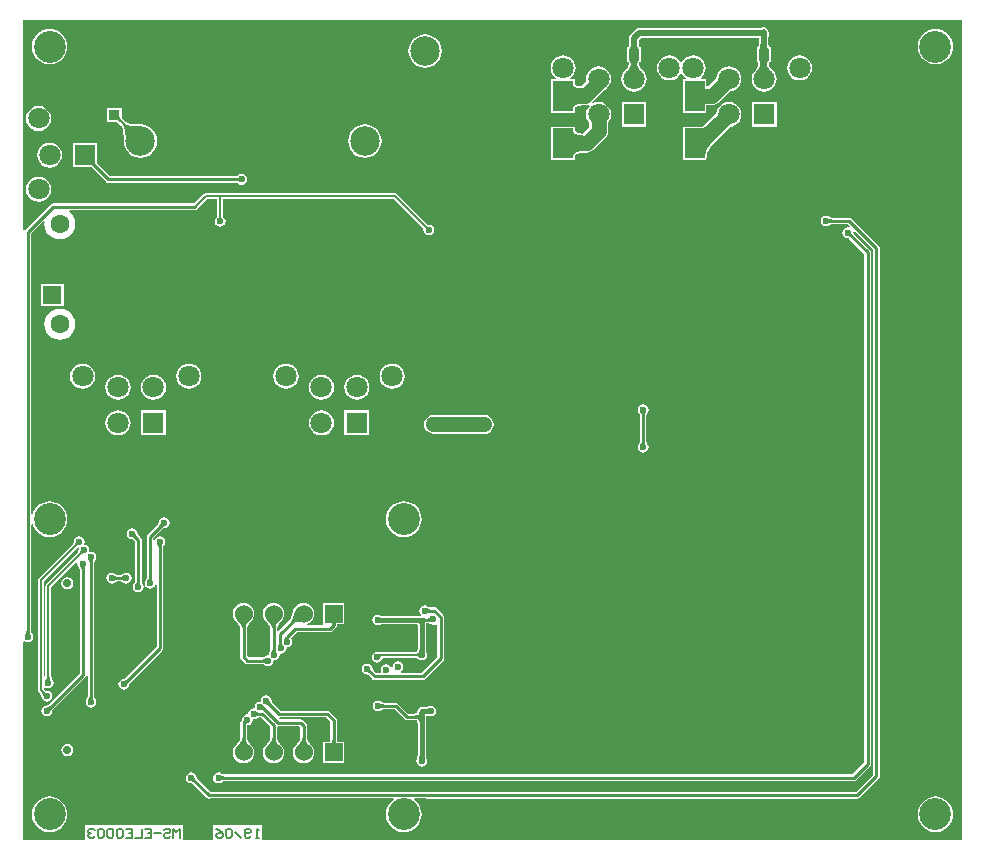
<source format=gbl>
G04*
G04 #@! TF.GenerationSoftware,Altium Limited,Altium Designer,19.0.15 (446)*
G04*
G04 Layer_Physical_Order=2*
G04 Layer_Color=16711680*
%FSLAX25Y25*%
%MOIN*%
G70*
G01*
G75*
%ADD10C,0.01000*%
%ADD12C,0.01968*%
%ADD14C,0.00591*%
%ADD27R,0.03543X0.03937*%
%ADD98C,0.00800*%
%ADD101C,0.05000*%
%ADD102C,0.01500*%
%ADD104C,0.07087*%
%ADD105R,0.07087X0.07087*%
%ADD106C,0.02756*%
%ADD107C,0.09843*%
%ADD108R,0.07087X0.07087*%
%ADD109R,0.06000X0.06000*%
%ADD110C,0.06000*%
%ADD111C,0.06299*%
%ADD112R,0.06299X0.06299*%
%ADD113C,0.10630*%
%ADD114C,0.02362*%
%ADD115C,0.05000*%
%ADD116C,0.01968*%
%ADD117R,0.03740X0.03543*%
%ADD118R,0.06693X0.09843*%
G36*
X313839Y1122D02*
X80756Y1122D01*
Y6308D01*
X64207D01*
Y1122D01*
X54340D01*
Y6308D01*
X21523D01*
Y1122D01*
X1122D01*
X1122Y67240D01*
X1622Y67507D01*
X1874Y67338D01*
X2569Y67200D01*
X3264Y67338D01*
X3853Y67732D01*
X4247Y68321D01*
X4385Y69016D01*
X4247Y69711D01*
X3897Y70235D01*
X3872Y70301D01*
X3832Y70345D01*
X3814Y70368D01*
X3797Y70396D01*
X3780Y70428D01*
X3765Y70468D01*
X3750Y70515D01*
X3738Y70571D01*
X3728Y70636D01*
X3721Y70711D01*
X3719Y70812D01*
X3691Y70874D01*
Y106448D01*
X4191Y106522D01*
X4351Y105993D01*
X4901Y104966D01*
X5640Y104065D01*
X6540Y103326D01*
X7568Y102777D01*
X8683Y102438D01*
X9843Y102324D01*
X11002Y102438D01*
X12117Y102777D01*
X13145Y103326D01*
X14045Y104065D01*
X14784Y104966D01*
X15334Y105993D01*
X15672Y107108D01*
X15786Y108268D01*
X15672Y109427D01*
X15334Y110542D01*
X14784Y111570D01*
X14045Y112470D01*
X13145Y113210D01*
X12117Y113759D01*
X11002Y114097D01*
X9843Y114211D01*
X8683Y114097D01*
X7568Y113759D01*
X6540Y113210D01*
X5640Y112470D01*
X4901Y111570D01*
X4351Y110542D01*
X4191Y110013D01*
X3691Y110088D01*
Y203508D01*
X7711Y207528D01*
X8185Y207295D01*
X8101Y206656D01*
X8277Y205317D01*
X8794Y204070D01*
X9616Y202999D01*
X10687Y202177D01*
X11934Y201660D01*
X13273Y201484D01*
X14611Y201660D01*
X15858Y202177D01*
X16930Y202999D01*
X17752Y204070D01*
X18268Y205317D01*
X18444Y206656D01*
X18268Y207994D01*
X17752Y209242D01*
X16930Y210313D01*
X16361Y210749D01*
X16531Y211249D01*
X58252D01*
X58681Y211334D01*
X59045Y211578D01*
X59288Y211942D01*
X59294Y211971D01*
X62293Y214970D01*
X65673D01*
Y208941D01*
X65409Y208764D01*
X65015Y208175D01*
X64877Y207480D01*
X65015Y206785D01*
X65409Y206196D01*
X65998Y205802D01*
X66693Y205664D01*
X67388Y205802D01*
X67977Y206196D01*
X68371Y206785D01*
X68509Y207480D01*
X68371Y208175D01*
X67977Y208764D01*
X67712Y208941D01*
Y214970D01*
X124496D01*
X134467Y205000D01*
X134405Y204688D01*
X134543Y203993D01*
X134936Y203404D01*
X135526Y203010D01*
X136221Y202872D01*
X136915Y203010D01*
X137505Y203404D01*
X137898Y203993D01*
X138037Y204688D01*
X137898Y205383D01*
X137505Y205972D01*
X136915Y206366D01*
X136221Y206504D01*
X135908Y206442D01*
X125639Y216711D01*
X125309Y216932D01*
X124918Y217010D01*
X61871D01*
X61481Y216932D01*
X61150Y216711D01*
X57931Y213492D01*
X10968D01*
X10967Y213492D01*
X10538Y213407D01*
X10175Y213164D01*
X10175Y213164D01*
X1776Y204766D01*
X1622Y204534D01*
X1122Y204686D01*
X1122Y274469D01*
X313839D01*
X313839Y1122D01*
D02*
G37*
G36*
X3073Y70674D02*
X3083Y70560D01*
X3099Y70452D01*
X3122Y70350D01*
X3151Y70253D01*
X3187Y70162D01*
X3229Y70078D01*
X3278Y69999D01*
X3334Y69926D01*
X3396Y69859D01*
X1743D01*
X1805Y69926D01*
X1860Y69999D01*
X1909Y70078D01*
X1952Y70162D01*
X1988Y70253D01*
X2017Y70350D01*
X2040Y70452D01*
X2056Y70560D01*
X2066Y70674D01*
X2069Y70794D01*
X3069D01*
X3073Y70674D01*
D02*
G37*
%LPC*%
G36*
X224410Y262841D02*
X223328Y262698D01*
X222320Y262281D01*
X221454Y261616D01*
X220790Y260751D01*
X220673Y260468D01*
X220173D01*
X220056Y260751D01*
X219392Y261616D01*
X218527Y262281D01*
X217519Y262698D01*
X216437Y262841D01*
X215355Y262698D01*
X214347Y262281D01*
X213482Y261616D01*
X212818Y260751D01*
X212400Y259743D01*
X212258Y258662D01*
X212400Y257580D01*
X212818Y256572D01*
X213482Y255706D01*
X214347Y255042D01*
X215355Y254625D01*
X216437Y254482D01*
X217519Y254625D01*
X218527Y255042D01*
X219392Y255706D01*
X220056Y256572D01*
X220173Y256855D01*
X220673D01*
X220790Y256572D01*
X221454Y255706D01*
X221968Y255313D01*
X221798Y254813D01*
X220896D01*
Y243770D01*
X228788D01*
Y246165D01*
X230551D01*
X230551Y246165D01*
X230956Y246218D01*
X231360Y246271D01*
X232115Y246584D01*
X232762Y247080D01*
X236500Y250818D01*
X237302Y250924D01*
X238310Y251342D01*
X239176Y252006D01*
X239840Y252871D01*
X240257Y253879D01*
X240400Y254961D01*
X240257Y256042D01*
X239840Y257050D01*
X239176Y257916D01*
X238310Y258580D01*
X237302Y258997D01*
X236221Y259140D01*
X235139Y258997D01*
X234131Y258580D01*
X233265Y257916D01*
X232601Y257050D01*
X232184Y256042D01*
X232078Y255240D01*
X229289Y252451D01*
X228788Y252497D01*
Y254813D01*
X227021D01*
X226851Y255313D01*
X227364Y255706D01*
X228029Y256572D01*
X228446Y257580D01*
X228589Y258662D01*
X228446Y259743D01*
X228029Y260751D01*
X227364Y261616D01*
X226499Y262281D01*
X225491Y262698D01*
X224410Y262841D01*
D02*
G37*
G36*
X305118Y271692D02*
X303959Y271577D01*
X302844Y271239D01*
X301816Y270690D01*
X300915Y269951D01*
X300176Y269050D01*
X299627Y268022D01*
X299289Y266908D01*
X299174Y265748D01*
X299289Y264588D01*
X299627Y263474D01*
X300176Y262446D01*
X300915Y261545D01*
X301816Y260806D01*
X302844Y260257D01*
X303959Y259919D01*
X305118Y259804D01*
X306278Y259919D01*
X307393Y260257D01*
X308420Y260806D01*
X309321Y261545D01*
X310060Y262446D01*
X310609Y263474D01*
X310947Y264588D01*
X311062Y265748D01*
X310947Y266908D01*
X310609Y268022D01*
X310060Y269050D01*
X309321Y269951D01*
X308420Y270690D01*
X307393Y271239D01*
X306278Y271577D01*
X305118Y271692D01*
D02*
G37*
G36*
X9843D02*
X8683Y271577D01*
X7568Y271239D01*
X6540Y270690D01*
X5640Y269951D01*
X4901Y269050D01*
X4351Y268022D01*
X4013Y266908D01*
X3899Y265748D01*
X4013Y264588D01*
X4351Y263474D01*
X4901Y262446D01*
X5640Y261545D01*
X6540Y260806D01*
X7568Y260257D01*
X8683Y259919D01*
X9843Y259804D01*
X11002Y259919D01*
X12117Y260257D01*
X13145Y260806D01*
X14045Y261545D01*
X14784Y262446D01*
X15334Y263474D01*
X15672Y264588D01*
X15786Y265748D01*
X15672Y266908D01*
X15334Y268022D01*
X14784Y269050D01*
X14045Y269951D01*
X13145Y270690D01*
X12117Y271239D01*
X11002Y271577D01*
X9843Y271692D01*
D02*
G37*
G36*
X134994Y269821D02*
X133552Y269631D01*
X132209Y269075D01*
X131056Y268190D01*
X130171Y267036D01*
X129615Y265693D01*
X129425Y264252D01*
X129615Y262811D01*
X130171Y261468D01*
X131056Y260314D01*
X132209Y259429D01*
X133552Y258873D01*
X134994Y258683D01*
X136435Y258873D01*
X137778Y259429D01*
X138932Y260314D01*
X139816Y261468D01*
X140373Y262811D01*
X140563Y264252D01*
X140373Y265693D01*
X139816Y267036D01*
X138932Y268190D01*
X137778Y269075D01*
X136435Y269631D01*
X134994Y269821D01*
D02*
G37*
G36*
X259842Y262841D02*
X258761Y262698D01*
X257753Y262281D01*
X256888Y261616D01*
X256223Y260751D01*
X255806Y259743D01*
X255663Y258662D01*
X255806Y257580D01*
X256223Y256572D01*
X256888Y255706D01*
X257753Y255042D01*
X258761Y254625D01*
X259842Y254482D01*
X260924Y254625D01*
X261932Y255042D01*
X262797Y255706D01*
X263462Y256572D01*
X263879Y257580D01*
X264022Y258662D01*
X263879Y259743D01*
X263462Y260751D01*
X262797Y261616D01*
X261932Y262281D01*
X260924Y262698D01*
X259842Y262841D01*
D02*
G37*
G36*
X247803Y272248D02*
X247185Y272125D01*
X247021Y272016D01*
X206326D01*
X205708Y271893D01*
X205184Y271543D01*
X203484Y269843D01*
X203134Y269319D01*
X203011Y268701D01*
Y267051D01*
X202992Y267009D01*
X202985Y266651D01*
X202964Y266352D01*
X202931Y266102D01*
X202889Y265903D01*
X202843Y265761D01*
X202803Y265678D01*
X202800Y265674D01*
X202780Y265671D01*
X202726Y265639D01*
X202254D01*
Y265118D01*
X202217Y265027D01*
X202234Y264985D01*
X202223Y264941D01*
X202254Y264887D01*
Y261255D01*
X202223Y261200D01*
X202234Y261156D01*
X202217Y261114D01*
X202254Y261024D01*
Y260502D01*
X202726D01*
X202780Y260471D01*
X202800Y260468D01*
X202803Y260464D01*
X202843Y260381D01*
X202889Y260238D01*
X202929Y260050D01*
X202937Y259976D01*
X202884Y259761D01*
X202798Y259514D01*
X202686Y259264D01*
X202546Y259009D01*
X202377Y258751D01*
X202179Y258489D01*
X201950Y258223D01*
X201679Y257943D01*
X201665Y257908D01*
X201007Y257050D01*
X200589Y256042D01*
X200447Y254961D01*
X200589Y253879D01*
X201007Y252871D01*
X201671Y252006D01*
X202536Y251342D01*
X203544Y250924D01*
X204626Y250782D01*
X205708Y250924D01*
X206715Y251342D01*
X207581Y252006D01*
X208245Y252871D01*
X208663Y253879D01*
X208805Y254961D01*
X208663Y256042D01*
X208245Y257050D01*
X207587Y257908D01*
X207573Y257943D01*
X207302Y258223D01*
X207073Y258489D01*
X206875Y258751D01*
X206706Y259009D01*
X206566Y259264D01*
X206454Y259514D01*
X206368Y259761D01*
X206313Y259984D01*
X206321Y260040D01*
X206363Y260238D01*
X206409Y260381D01*
X206449Y260464D01*
X206452Y260468D01*
X206472Y260471D01*
X206526Y260502D01*
X206998D01*
Y261024D01*
X207035Y261114D01*
X207018Y261156D01*
X207029Y261200D01*
X206998Y261255D01*
Y264887D01*
X207029Y264941D01*
X207018Y264985D01*
X207035Y265027D01*
X206998Y265118D01*
Y265639D01*
X206526D01*
X206472Y265671D01*
X206452Y265674D01*
X206449Y265678D01*
X206409Y265761D01*
X206363Y265903D01*
X206323Y266091D01*
X206267Y266660D01*
X206259Y267009D01*
X206241Y267051D01*
Y268032D01*
X206995Y268785D01*
X246188D01*
Y267056D01*
X246170Y267016D01*
X246148Y266327D01*
X246125Y266070D01*
X246093Y265856D01*
X246056Y265696D01*
X246037Y265639D01*
X245660D01*
Y265119D01*
X245622Y265030D01*
X245647Y264970D01*
X245634Y264906D01*
X245660Y264867D01*
Y261275D01*
X245634Y261235D01*
X245647Y261172D01*
X245622Y261112D01*
X245660Y261023D01*
Y260502D01*
X246037D01*
X246056Y260445D01*
X246093Y260286D01*
X246124Y260079D01*
X246130Y259984D01*
X246123Y259932D01*
X246064Y259683D01*
X245981Y259427D01*
X245872Y259165D01*
X245736Y258896D01*
X245577Y258629D01*
X245153Y258045D01*
X244899Y257748D01*
X244864Y257639D01*
X244412Y257050D01*
X243995Y256042D01*
X243852Y254961D01*
X243995Y253879D01*
X244412Y252871D01*
X245076Y252006D01*
X245942Y251342D01*
X246950Y250924D01*
X248031Y250782D01*
X249113Y250924D01*
X250121Y251342D01*
X250987Y252006D01*
X251651Y252871D01*
X252068Y253879D01*
X252210Y254961D01*
X252068Y256042D01*
X251651Y257050D01*
X250987Y257916D01*
X250820Y258044D01*
X250782Y258125D01*
X250501Y258381D01*
X250267Y258625D01*
X250064Y258867D01*
X249892Y259108D01*
X249749Y259348D01*
X249635Y259587D01*
X249548Y259824D01*
X249506Y259986D01*
X249511Y260017D01*
X249562Y260205D01*
X249615Y260337D01*
X249663Y260415D01*
X249695Y260451D01*
X249712Y260462D01*
X249731Y260469D01*
X249842Y260481D01*
X249881Y260502D01*
X250403D01*
Y261085D01*
X250421Y261129D01*
X250407Y261162D01*
X250417Y261197D01*
X250403Y261222D01*
Y264919D01*
X250417Y264945D01*
X250407Y264980D01*
X250421Y265013D01*
X250403Y265057D01*
Y265639D01*
X249881D01*
X249842Y265661D01*
X249731Y265673D01*
X249712Y265680D01*
X249695Y265691D01*
X249663Y265726D01*
X249615Y265805D01*
X249562Y265937D01*
X249511Y266125D01*
X249471Y266366D01*
X249446Y266657D01*
X249436Y267013D01*
X249418Y267054D01*
Y268976D01*
X249481Y269069D01*
X249619Y269764D01*
X249481Y270459D01*
X249418Y270553D01*
Y270633D01*
X249295Y271251D01*
X248945Y271775D01*
X248421Y272125D01*
X247803Y272248D01*
D02*
G37*
G36*
X236221Y247329D02*
X235139Y247186D01*
X234131Y246769D01*
X233265Y246105D01*
X232601Y245239D01*
X232184Y244231D01*
X232078Y243429D01*
X231130Y242481D01*
X231079Y242462D01*
X228861Y240384D01*
X227931Y239625D01*
X227145Y239065D01*
X224640D01*
X224621Y239080D01*
X224505Y239065D01*
X220896D01*
Y228022D01*
X228063D01*
X228138Y227986D01*
X228243Y228022D01*
X228788D01*
Y228521D01*
X228825Y228595D01*
X228858Y229152D01*
X228952Y229687D01*
X229110Y230241D01*
X229336Y230815D01*
X229631Y231409D01*
X229996Y232022D01*
X230427Y232646D01*
X231525Y233972D01*
X232181Y234656D01*
X232182Y234658D01*
X232184Y234659D01*
X232203Y234711D01*
X236500Y239007D01*
X237302Y239113D01*
X238310Y239530D01*
X239176Y240195D01*
X239840Y241060D01*
X240257Y242068D01*
X240400Y243150D01*
X240257Y244231D01*
X239840Y245239D01*
X239176Y246105D01*
X238310Y246769D01*
X237302Y247186D01*
X236221Y247329D01*
D02*
G37*
G36*
X252175Y247293D02*
X243888D01*
Y239006D01*
X252175D01*
Y247293D01*
D02*
G37*
G36*
X208769D02*
X200483D01*
Y239006D01*
X208769D01*
Y247293D01*
D02*
G37*
G36*
X6142Y245990D02*
X5060Y245848D01*
X4052Y245430D01*
X3187Y244766D01*
X2523Y243900D01*
X2105Y242893D01*
X1963Y241811D01*
X2105Y240729D01*
X2523Y239721D01*
X3187Y238856D01*
X4052Y238192D01*
X5060Y237774D01*
X6142Y237632D01*
X7223Y237774D01*
X8231Y238192D01*
X9097Y238856D01*
X9761Y239721D01*
X10178Y240729D01*
X10321Y241811D01*
X10178Y242893D01*
X9761Y243900D01*
X9097Y244766D01*
X8231Y245430D01*
X7223Y245848D01*
X6142Y245990D01*
D02*
G37*
G36*
X181004Y262841D02*
X179922Y262698D01*
X178914Y262281D01*
X178049Y261616D01*
X177385Y260751D01*
X176967Y259743D01*
X176825Y258662D01*
X176967Y257580D01*
X177385Y256572D01*
X178049Y255706D01*
X178562Y255313D01*
X178392Y254813D01*
X177057D01*
Y243770D01*
X184950D01*
Y245217D01*
X184981Y245269D01*
X185006Y245441D01*
X185038Y245508D01*
X185119Y245596D01*
X185283Y245707D01*
X185546Y245824D01*
X185908Y245931D01*
X186356Y246019D01*
X187557Y246128D01*
X188280Y246142D01*
X188359Y246177D01*
X189077Y246271D01*
X189531Y246459D01*
X189686Y246293D01*
X189803Y246031D01*
X189196Y245239D01*
X188778Y244231D01*
X188636Y243150D01*
X188778Y242068D01*
X189196Y241060D01*
X189688Y240418D01*
Y238850D01*
X187581Y236743D01*
X187268Y236768D01*
X186648Y236859D01*
X186131Y236981D01*
X185720Y237129D01*
X185415Y237293D01*
X185211Y237460D01*
X185087Y237623D01*
X185018Y237797D01*
X184983Y238085D01*
X184950Y238144D01*
Y239065D01*
X177057D01*
Y228022D01*
X184950D01*
Y228943D01*
X184983Y229001D01*
X185018Y229290D01*
X185087Y229463D01*
X185211Y229627D01*
X185415Y229794D01*
X185720Y229957D01*
X186131Y230105D01*
X186648Y230228D01*
X187268Y230319D01*
X187987Y230375D01*
X188818Y230394D01*
X188897Y230429D01*
X189612Y230523D01*
X190366Y230836D01*
X191014Y231332D01*
X195026Y235344D01*
X195026Y235344D01*
X195523Y235992D01*
X195835Y236746D01*
X195888Y237151D01*
X195942Y237555D01*
X195942Y237555D01*
Y240418D01*
X196434Y241060D01*
X196852Y242068D01*
X196994Y243150D01*
X196852Y244231D01*
X196434Y245239D01*
X195770Y246105D01*
X194904Y246769D01*
X193896Y247186D01*
X192815Y247329D01*
X191733Y247186D01*
X190979Y246874D01*
X190696Y247298D01*
X194623Y251225D01*
X194904Y251342D01*
X195770Y252006D01*
X196434Y252871D01*
X196852Y253879D01*
X196994Y254961D01*
X196852Y256042D01*
X196434Y257050D01*
X195770Y257916D01*
X194904Y258580D01*
X193896Y258997D01*
X192815Y259140D01*
X191733Y258997D01*
X190725Y258580D01*
X189860Y257916D01*
X189196Y257050D01*
X188778Y256042D01*
X188636Y254961D01*
X188738Y254184D01*
X187042Y252487D01*
X186913Y252496D01*
X186365Y252562D01*
X185908Y252651D01*
X185546Y252759D01*
X185283Y252876D01*
X185119Y252987D01*
X185038Y253075D01*
X185006Y253142D01*
X184981Y253314D01*
X184950Y253365D01*
Y254813D01*
X183615D01*
X183446Y255313D01*
X183959Y255706D01*
X184623Y256572D01*
X185040Y257580D01*
X185183Y258662D01*
X185040Y259743D01*
X184623Y260751D01*
X183959Y261616D01*
X183093Y262281D01*
X182086Y262698D01*
X181004Y262841D01*
D02*
G37*
G36*
X114915Y239821D02*
X113474Y239631D01*
X112130Y239075D01*
X110977Y238190D01*
X110092Y237036D01*
X109536Y235693D01*
X109346Y234252D01*
X109536Y232811D01*
X110092Y231468D01*
X110977Y230314D01*
X112130Y229429D01*
X113474Y228873D01*
X114915Y228683D01*
X116356Y228873D01*
X117699Y229429D01*
X118853Y230314D01*
X119738Y231468D01*
X120294Y232811D01*
X120484Y234252D01*
X120294Y235693D01*
X119738Y237036D01*
X118853Y238190D01*
X117699Y239075D01*
X116356Y239631D01*
X114915Y239821D01*
D02*
G37*
G36*
X33847Y245443D02*
X28907D01*
Y240700D01*
X31827D01*
X31854Y240680D01*
X31904Y240688D01*
X31949Y240665D01*
X32060Y240700D01*
X32183D01*
X32214Y240682D01*
X32294Y240626D01*
X32542Y240417D01*
X32686Y240279D01*
X32755Y240251D01*
X33792Y239215D01*
X33807Y239162D01*
X33956Y238979D01*
X34070Y238773D01*
X34184Y238485D01*
X34288Y238117D01*
X34378Y237672D01*
X34449Y237167D01*
X34550Y235162D01*
X34542Y234367D01*
X34554Y234338D01*
X34543Y234252D01*
X34733Y232811D01*
X35289Y231468D01*
X36174Y230314D01*
X37327Y229429D01*
X38671Y228873D01*
X40112Y228683D01*
X41553Y228873D01*
X42896Y229429D01*
X44050Y230314D01*
X44935Y231468D01*
X45491Y232811D01*
X45681Y234252D01*
X45491Y235693D01*
X44935Y237036D01*
X44050Y238190D01*
X42896Y239075D01*
X41553Y239631D01*
X40156Y239815D01*
X40139Y239822D01*
X38577Y239863D01*
X37303Y239976D01*
X36786Y240056D01*
X36336Y240152D01*
X35966Y240260D01*
X35677Y240376D01*
X35472Y240490D01*
X35293Y240635D01*
X35240Y240650D01*
X34341Y241550D01*
X34332Y241587D01*
X34293Y241612D01*
X34277Y241655D01*
X33990Y241963D01*
X33903Y242072D01*
X33847Y242151D01*
Y242221D01*
X33882Y242288D01*
X33866Y242341D01*
X33883Y242393D01*
X33847Y242464D01*
Y245443D01*
D02*
G37*
G36*
X9843Y233785D02*
X8761Y233643D01*
X7753Y233225D01*
X6887Y232561D01*
X6223Y231696D01*
X5806Y230688D01*
X5663Y229606D01*
X5806Y228525D01*
X6223Y227517D01*
X6887Y226651D01*
X7753Y225987D01*
X8761Y225570D01*
X9843Y225427D01*
X10924Y225570D01*
X11932Y225987D01*
X12798Y226651D01*
X13462Y227517D01*
X13879Y228525D01*
X14021Y229606D01*
X13879Y230688D01*
X13462Y231696D01*
X12798Y232561D01*
X11932Y233225D01*
X10924Y233643D01*
X9843Y233785D01*
D02*
G37*
G36*
X25797Y233750D02*
X17510D01*
Y225463D01*
X23860D01*
X28659Y220664D01*
X28659Y220664D01*
X29023Y220421D01*
X29452Y220335D01*
X29452Y220335D01*
X72426D01*
X72535Y220173D01*
X73124Y219779D01*
X73819Y219641D01*
X74514Y219779D01*
X75103Y220173D01*
X75497Y220762D01*
X75635Y221457D01*
X75497Y222152D01*
X75103Y222741D01*
X74514Y223134D01*
X73819Y223273D01*
X73124Y223134D01*
X72535Y222741D01*
X72426Y222578D01*
X29917D01*
X25797Y226698D01*
Y233750D01*
D02*
G37*
G36*
X6142Y222368D02*
X5060Y222226D01*
X4052Y221808D01*
X3187Y221144D01*
X2523Y220278D01*
X2105Y219270D01*
X1963Y218189D01*
X2105Y217107D01*
X2523Y216099D01*
X3187Y215234D01*
X4052Y214570D01*
X5060Y214152D01*
X6142Y214010D01*
X7223Y214152D01*
X8231Y214570D01*
X9097Y215234D01*
X9761Y216099D01*
X10178Y217107D01*
X10321Y218189D01*
X10178Y219270D01*
X9761Y220278D01*
X9097Y221144D01*
X8231Y221808D01*
X7223Y222226D01*
X6142Y222368D01*
D02*
G37*
G36*
X268701Y209451D02*
X268006Y209313D01*
X267417Y208919D01*
X267023Y208330D01*
X266885Y207635D01*
X267023Y206940D01*
X267417Y206351D01*
X268006Y205957D01*
X268701Y205819D01*
X269396Y205957D01*
X269920Y206308D01*
X269986Y206332D01*
X270030Y206373D01*
X270053Y206391D01*
X270081Y206408D01*
X270113Y206424D01*
X270153Y206440D01*
X270200Y206454D01*
X270256Y206467D01*
X270322Y206477D01*
X270396Y206483D01*
X270497Y206486D01*
X270559Y206514D01*
X275937D01*
X276508Y205942D01*
X276262Y205481D01*
X275886Y205556D01*
X275191Y205418D01*
X274602Y205024D01*
X274208Y204435D01*
X274070Y203740D01*
X274208Y203045D01*
X274602Y202456D01*
X275191Y202062D01*
X275809Y201939D01*
X275873Y201910D01*
X275933Y201908D01*
X275962Y201904D01*
X275994Y201897D01*
X276029Y201885D01*
X276068Y201868D01*
X276111Y201845D01*
X276160Y201814D01*
X276213Y201775D01*
X276270Y201727D01*
X276343Y201657D01*
X276407Y201633D01*
X281359Y196681D01*
Y182087D01*
X281359Y27039D01*
X277441Y23122D01*
X68000D01*
X67938Y23149D01*
X67837Y23152D01*
X67763Y23158D01*
X67697Y23168D01*
X67641Y23181D01*
X67594Y23195D01*
X67554Y23211D01*
X67522Y23227D01*
X67494Y23244D01*
X67471Y23262D01*
X67427Y23303D01*
X67361Y23327D01*
X66837Y23678D01*
X66142Y23816D01*
X65447Y23678D01*
X64858Y23284D01*
X64464Y22695D01*
X64326Y22000D01*
X64464Y21305D01*
X64858Y20716D01*
X65447Y20322D01*
X66142Y20184D01*
X66837Y20322D01*
X67361Y20673D01*
X67427Y20697D01*
X67471Y20738D01*
X67494Y20756D01*
X67522Y20773D01*
X67554Y20789D01*
X67594Y20805D01*
X67641Y20819D01*
X67697Y20832D01*
X67763Y20842D01*
X67837Y20848D01*
X67938Y20851D01*
X68000Y20878D01*
X277905D01*
X277906Y20878D01*
X278335Y20964D01*
X278698Y21207D01*
X283273Y25782D01*
X283273Y25782D01*
X283517Y26146D01*
X283602Y26575D01*
X283602Y182087D01*
Y197146D01*
X283517Y197575D01*
X283273Y197939D01*
X283273Y197939D01*
X277993Y203219D01*
X277969Y203282D01*
X277899Y203356D01*
X277851Y203413D01*
X277812Y203466D01*
X277781Y203515D01*
X277758Y203558D01*
X277741Y203597D01*
X277729Y203632D01*
X277722Y203664D01*
X277718Y203693D01*
X277716Y203753D01*
X277687Y203817D01*
X277627Y204116D01*
X278088Y204363D01*
X284312Y198139D01*
Y23102D01*
X278509Y17300D01*
X135801D01*
X135403Y17379D01*
X63294Y17379D01*
X59194Y21479D01*
X59169Y21542D01*
X59100Y21616D01*
X59052Y21673D01*
X59013Y21726D01*
X58982Y21775D01*
X58959Y21818D01*
X58942Y21857D01*
X58930Y21892D01*
X58923Y21924D01*
X58919Y21953D01*
X58917Y22013D01*
X58887Y22076D01*
X58764Y22695D01*
X58371Y23284D01*
X57782Y23678D01*
X57087Y23816D01*
X56392Y23678D01*
X55803Y23284D01*
X55409Y22695D01*
X55271Y22000D01*
X55409Y21305D01*
X55803Y20716D01*
X56392Y20322D01*
X57010Y20199D01*
X57074Y20170D01*
X57134Y20168D01*
X57163Y20164D01*
X57195Y20156D01*
X57229Y20145D01*
X57268Y20128D01*
X57312Y20105D01*
X57361Y20074D01*
X57414Y20035D01*
X57471Y19987D01*
X57544Y19917D01*
X57608Y19893D01*
X62118Y15383D01*
X62481Y15140D01*
X62911Y15054D01*
X63320Y15136D01*
X124291Y15136D01*
X124470Y14636D01*
X123750Y14045D01*
X123011Y13145D01*
X122462Y12117D01*
X122123Y11002D01*
X122009Y9843D01*
X122123Y8683D01*
X122462Y7568D01*
X123011Y6540D01*
X123750Y5640D01*
X124651Y4901D01*
X125678Y4351D01*
X126793Y4013D01*
X127953Y3899D01*
X129112Y4013D01*
X130227Y4351D01*
X131255Y4901D01*
X132156Y5640D01*
X132895Y6540D01*
X133444Y7568D01*
X133782Y8683D01*
X133896Y9843D01*
X133782Y11002D01*
X133444Y12117D01*
X132895Y13145D01*
X132156Y14045D01*
X131436Y14636D01*
X131615Y15136D01*
X135084D01*
X135482Y15057D01*
X278973D01*
X278974Y15057D01*
X279403Y15142D01*
X279767Y15385D01*
X286226Y21845D01*
X286226Y21845D01*
X286469Y22209D01*
X286555Y22638D01*
X286555Y22638D01*
Y198603D01*
X286555Y198603D01*
X286469Y199033D01*
X286226Y199397D01*
X277194Y208428D01*
X276831Y208671D01*
X276401Y208757D01*
X276401Y208757D01*
X270559D01*
X270497Y208784D01*
X270396Y208787D01*
X270322Y208793D01*
X270256Y208803D01*
X270200Y208816D01*
X270153Y208830D01*
X270113Y208846D01*
X270081Y208862D01*
X270053Y208879D01*
X270030Y208897D01*
X269986Y208938D01*
X269920Y208963D01*
X269396Y209313D01*
X268701Y209451D01*
D02*
G37*
G36*
X14542Y186783D02*
X7043D01*
Y179284D01*
X14542D01*
Y186783D01*
D02*
G37*
G36*
X13273Y178363D02*
X11934Y178187D01*
X10687Y177670D01*
X9616Y176848D01*
X8794Y175777D01*
X8277Y174530D01*
X8101Y173191D01*
X8277Y171853D01*
X8794Y170605D01*
X9616Y169534D01*
X10687Y168712D01*
X11934Y168196D01*
X13273Y168019D01*
X14611Y168196D01*
X15858Y168712D01*
X16930Y169534D01*
X17752Y170605D01*
X18268Y171853D01*
X18444Y173191D01*
X18268Y174530D01*
X17752Y175777D01*
X16930Y176848D01*
X15858Y177670D01*
X14611Y178187D01*
X13273Y178363D01*
D02*
G37*
G36*
X124061Y160045D02*
X122980Y159903D01*
X121972Y159485D01*
X121106Y158821D01*
X120442Y157956D01*
X120025Y156948D01*
X119882Y155866D01*
X120025Y154785D01*
X120442Y153777D01*
X121106Y152911D01*
X121972Y152247D01*
X122980Y151830D01*
X124061Y151687D01*
X125143Y151830D01*
X126151Y152247D01*
X127016Y152911D01*
X127681Y153777D01*
X128098Y154785D01*
X128240Y155866D01*
X128098Y156948D01*
X127681Y157956D01*
X127016Y158821D01*
X126151Y159485D01*
X125143Y159903D01*
X124061Y160045D01*
D02*
G37*
G36*
X88628D02*
X87547Y159903D01*
X86539Y159485D01*
X85673Y158821D01*
X85009Y157956D01*
X84592Y156948D01*
X84449Y155866D01*
X84592Y154785D01*
X85009Y153777D01*
X85673Y152911D01*
X86539Y152247D01*
X87547Y151830D01*
X88628Y151687D01*
X89710Y151830D01*
X90718Y152247D01*
X91583Y152911D01*
X92247Y153777D01*
X92665Y154785D01*
X92807Y155866D01*
X92665Y156948D01*
X92247Y157956D01*
X91583Y158821D01*
X90718Y159485D01*
X89710Y159903D01*
X88628Y160045D01*
D02*
G37*
G36*
X56252D02*
X55171Y159903D01*
X54163Y159485D01*
X53297Y158821D01*
X52633Y157956D01*
X52216Y156948D01*
X52073Y155866D01*
X52216Y154785D01*
X52633Y153777D01*
X53297Y152911D01*
X54163Y152247D01*
X55171Y151830D01*
X56252Y151687D01*
X57334Y151830D01*
X58342Y152247D01*
X59207Y152911D01*
X59872Y153777D01*
X60289Y154785D01*
X60431Y155866D01*
X60289Y156948D01*
X59872Y157956D01*
X59207Y158821D01*
X58342Y159485D01*
X57334Y159903D01*
X56252Y160045D01*
D02*
G37*
G36*
X20819D02*
X19738Y159903D01*
X18730Y159485D01*
X17864Y158821D01*
X17200Y157956D01*
X16783Y156948D01*
X16640Y155866D01*
X16783Y154785D01*
X17200Y153777D01*
X17864Y152911D01*
X18730Y152247D01*
X19738Y151830D01*
X20819Y151687D01*
X21901Y151830D01*
X22909Y152247D01*
X23774Y152911D01*
X24439Y153777D01*
X24856Y154785D01*
X24998Y155866D01*
X24856Y156948D01*
X24439Y157956D01*
X23774Y158821D01*
X22909Y159485D01*
X21901Y159903D01*
X20819Y160045D01*
D02*
G37*
G36*
X112250Y156344D02*
X111169Y156202D01*
X110161Y155784D01*
X109295Y155120D01*
X108631Y154255D01*
X108214Y153247D01*
X108071Y152165D01*
X108214Y151084D01*
X108631Y150076D01*
X109295Y149210D01*
X110161Y148546D01*
X111169Y148129D01*
X112250Y147986D01*
X113332Y148129D01*
X114340Y148546D01*
X115205Y149210D01*
X115869Y150076D01*
X116287Y151084D01*
X116429Y152165D01*
X116287Y153247D01*
X115869Y154255D01*
X115205Y155120D01*
X114340Y155784D01*
X113332Y156202D01*
X112250Y156344D01*
D02*
G37*
G36*
X100439D02*
X99358Y156202D01*
X98350Y155784D01*
X97484Y155120D01*
X96820Y154255D01*
X96403Y153247D01*
X96260Y152165D01*
X96403Y151084D01*
X96820Y150076D01*
X97484Y149210D01*
X98350Y148546D01*
X99358Y148129D01*
X100439Y147986D01*
X101521Y148129D01*
X102529Y148546D01*
X103394Y149210D01*
X104059Y150076D01*
X104476Y151084D01*
X104618Y152165D01*
X104476Y153247D01*
X104059Y154255D01*
X103394Y155120D01*
X102529Y155784D01*
X101521Y156202D01*
X100439Y156344D01*
D02*
G37*
G36*
X44441D02*
X43360Y156202D01*
X42352Y155784D01*
X41486Y155120D01*
X40822Y154255D01*
X40405Y153247D01*
X40262Y152165D01*
X40405Y151084D01*
X40822Y150076D01*
X41486Y149210D01*
X42352Y148546D01*
X43360Y148129D01*
X44441Y147986D01*
X45523Y148129D01*
X46531Y148546D01*
X47396Y149210D01*
X48061Y150076D01*
X48478Y151084D01*
X48620Y152165D01*
X48478Y153247D01*
X48061Y154255D01*
X47396Y155120D01*
X46531Y155784D01*
X45523Y156202D01*
X44441Y156344D01*
D02*
G37*
G36*
X32630D02*
X31549Y156202D01*
X30541Y155784D01*
X29675Y155120D01*
X29011Y154255D01*
X28594Y153247D01*
X28451Y152165D01*
X28594Y151084D01*
X29011Y150076D01*
X29675Y149210D01*
X30541Y148546D01*
X31549Y148129D01*
X32630Y147986D01*
X33712Y148129D01*
X34720Y148546D01*
X35585Y149210D01*
X36250Y150076D01*
X36667Y151084D01*
X36809Y152165D01*
X36667Y153247D01*
X36250Y154255D01*
X35585Y155120D01*
X34720Y155784D01*
X33712Y156202D01*
X32630Y156344D01*
D02*
G37*
G36*
X154724Y143009D02*
X137795D01*
X136986Y142902D01*
X136232Y142590D01*
X135584Y142093D01*
X135087Y141445D01*
X134775Y140691D01*
X134669Y139882D01*
X134775Y139073D01*
X135087Y138319D01*
X135584Y137671D01*
X136232Y137174D01*
X136986Y136862D01*
X137795Y136755D01*
X153886D01*
X153915Y136743D01*
X154724Y136637D01*
X155533Y136743D01*
X156288Y137056D01*
X156935Y137552D01*
X157432Y138200D01*
X157744Y138954D01*
X157851Y139763D01*
X157843Y139823D01*
X157851Y139882D01*
X157744Y140691D01*
X157432Y141445D01*
X156935Y142093D01*
X156288Y142590D01*
X155533Y142902D01*
X154724Y143009D01*
D02*
G37*
G36*
X116394Y144498D02*
X108107D01*
Y136211D01*
X116394D01*
Y144498D01*
D02*
G37*
G36*
X48585D02*
X40298D01*
Y136211D01*
X48585D01*
Y144498D01*
D02*
G37*
G36*
X100439Y144533D02*
X99358Y144391D01*
X98350Y143974D01*
X97484Y143309D01*
X96820Y142444D01*
X96403Y141436D01*
X96260Y140354D01*
X96403Y139273D01*
X96820Y138265D01*
X97484Y137399D01*
X98350Y136735D01*
X99358Y136318D01*
X100439Y136175D01*
X101521Y136318D01*
X102529Y136735D01*
X103394Y137399D01*
X104059Y138265D01*
X104476Y139273D01*
X104618Y140354D01*
X104476Y141436D01*
X104059Y142444D01*
X103394Y143309D01*
X102529Y143974D01*
X101521Y144391D01*
X100439Y144533D01*
D02*
G37*
G36*
X32630D02*
X31549Y144391D01*
X30541Y143974D01*
X29675Y143309D01*
X29011Y142444D01*
X28594Y141436D01*
X28451Y140354D01*
X28594Y139273D01*
X29011Y138265D01*
X29675Y137399D01*
X30541Y136735D01*
X31549Y136318D01*
X32630Y136175D01*
X33712Y136318D01*
X34720Y136735D01*
X35585Y137399D01*
X36250Y138265D01*
X36667Y139273D01*
X36809Y140354D01*
X36667Y141436D01*
X36250Y142444D01*
X35585Y143309D01*
X34720Y143974D01*
X33712Y144391D01*
X32630Y144533D01*
D02*
G37*
G36*
X207677Y146501D02*
X206982Y146363D01*
X206393Y145969D01*
X205999Y145380D01*
X205861Y144685D01*
X205999Y143990D01*
X206350Y143466D01*
X206374Y143400D01*
X206415Y143356D01*
X206433Y143333D01*
X206450Y143305D01*
X206466Y143272D01*
X206482Y143233D01*
X206497Y143185D01*
X206509Y143129D01*
X206519Y143064D01*
X206525Y142990D01*
X206528Y142889D01*
X206556Y142827D01*
Y134052D01*
X206528Y133991D01*
X206525Y133889D01*
X206519Y133815D01*
X206509Y133750D01*
X206497Y133694D01*
X206482Y133646D01*
X206466Y133607D01*
X206450Y133574D01*
X206433Y133547D01*
X206415Y133523D01*
X206374Y133479D01*
X206350Y133413D01*
X205999Y132889D01*
X205861Y132194D01*
X205999Y131499D01*
X206393Y130910D01*
X206982Y130516D01*
X207677Y130378D01*
X208372Y130516D01*
X208961Y130910D01*
X209355Y131499D01*
X209493Y132194D01*
X209355Y132889D01*
X209005Y133413D01*
X208980Y133479D01*
X208940Y133523D01*
X208922Y133546D01*
X208904Y133574D01*
X208888Y133607D01*
X208872Y133646D01*
X208858Y133694D01*
X208845Y133750D01*
X208836Y133815D01*
X208829Y133889D01*
X208826Y133990D01*
X208799Y134052D01*
Y142827D01*
X208826Y142889D01*
X208829Y142990D01*
X208836Y143064D01*
X208845Y143129D01*
X208858Y143185D01*
X208872Y143233D01*
X208888Y143272D01*
X208904Y143305D01*
X208922Y143333D01*
X208940Y143356D01*
X208980Y143400D01*
X209005Y143466D01*
X209355Y143990D01*
X209493Y144685D01*
X209355Y145380D01*
X208961Y145969D01*
X208372Y146363D01*
X207677Y146501D01*
D02*
G37*
G36*
X127953Y114211D02*
X126793Y114097D01*
X125678Y113759D01*
X124651Y113210D01*
X123750Y112470D01*
X123011Y111570D01*
X122462Y110542D01*
X122123Y109427D01*
X122009Y108268D01*
X122123Y107108D01*
X122462Y105993D01*
X123011Y104966D01*
X123750Y104065D01*
X124651Y103326D01*
X125678Y102777D01*
X126793Y102438D01*
X127953Y102324D01*
X129112Y102438D01*
X130227Y102777D01*
X131255Y103326D01*
X132156Y104065D01*
X132895Y104966D01*
X133444Y105993D01*
X133782Y107108D01*
X133896Y108268D01*
X133782Y109427D01*
X133444Y110542D01*
X132895Y111570D01*
X132156Y112470D01*
X131255Y113210D01*
X130227Y113759D01*
X129112Y114097D01*
X127953Y114211D01*
D02*
G37*
G36*
X35433Y90399D02*
X34738Y90260D01*
X34214Y89910D01*
X34148Y89886D01*
X34104Y89845D01*
X34080Y89827D01*
X34053Y89810D01*
X34020Y89793D01*
X33981Y89778D01*
X33933Y89763D01*
X33877Y89751D01*
X33812Y89741D01*
X33738Y89735D01*
X33637Y89732D01*
X33575Y89704D01*
X32440D01*
X32378Y89732D01*
X32277Y89735D01*
X32203Y89741D01*
X32138Y89751D01*
X32081Y89763D01*
X32034Y89778D01*
X31995Y89793D01*
X31962Y89810D01*
X31934Y89827D01*
X31911Y89845D01*
X31867Y89886D01*
X31801Y89910D01*
X31277Y90260D01*
X30582Y90399D01*
X29887Y90260D01*
X29298Y89867D01*
X28904Y89278D01*
X28766Y88583D01*
X28904Y87888D01*
X29298Y87299D01*
X29887Y86905D01*
X30582Y86767D01*
X31277Y86905D01*
X31801Y87255D01*
X31867Y87279D01*
X31911Y87320D01*
X31934Y87338D01*
X31962Y87355D01*
X31995Y87372D01*
X32034Y87388D01*
X32081Y87402D01*
X32138Y87414D01*
X32203Y87424D01*
X32277Y87431D01*
X32378Y87433D01*
X32440Y87461D01*
X33575D01*
X33637Y87433D01*
X33738Y87431D01*
X33812Y87424D01*
X33877Y87414D01*
X33933Y87402D01*
X33981Y87388D01*
X34020Y87372D01*
X34053Y87355D01*
X34080Y87338D01*
X34104Y87320D01*
X34148Y87279D01*
X34214Y87255D01*
X34738Y86905D01*
X35433Y86767D01*
X36128Y86905D01*
X36717Y87299D01*
X37111Y87888D01*
X37249Y88583D01*
X37111Y89278D01*
X36717Y89867D01*
X36128Y90260D01*
X35433Y90399D01*
D02*
G37*
G36*
X15748Y88828D02*
X14976Y88674D01*
X14322Y88237D01*
X13885Y87583D01*
X13731Y86811D01*
X13885Y86039D01*
X14322Y85385D01*
X14976Y84948D01*
X15748Y84794D01*
X16520Y84948D01*
X17174Y85385D01*
X17611Y86039D01*
X17765Y86811D01*
X17611Y87583D01*
X17174Y88237D01*
X16520Y88674D01*
X15748Y88828D01*
D02*
G37*
G36*
X37402Y105162D02*
X36707Y105024D01*
X36117Y104630D01*
X35724Y104041D01*
X35585Y103346D01*
X35724Y102652D01*
X36117Y102062D01*
X36707Y101669D01*
X37309Y101549D01*
X37378Y101516D01*
X37439Y101514D01*
X37468Y101510D01*
X37500Y101502D01*
X37536Y101490D01*
X37575Y101473D01*
X37619Y101450D01*
X37668Y101418D01*
X37721Y101379D01*
X37779Y101331D01*
X37852Y101261D01*
X37916Y101237D01*
X38248Y100904D01*
Y87488D01*
X38221Y87426D01*
X38218Y87325D01*
X38212Y87251D01*
X38202Y87185D01*
X38189Y87129D01*
X38175Y87082D01*
X38159Y87042D01*
X38143Y87010D01*
X38126Y86982D01*
X38108Y86959D01*
X38067Y86915D01*
X38043Y86849D01*
X37692Y86325D01*
X37554Y85630D01*
X37692Y84935D01*
X38086Y84346D01*
X38675Y83952D01*
X39370Y83814D01*
X40065Y83952D01*
X40654Y84346D01*
X41048Y84935D01*
X41186Y85630D01*
X41048Y86325D01*
X40697Y86849D01*
X40673Y86915D01*
X40632Y86959D01*
X40614Y86982D01*
X40597Y87010D01*
X40581Y87043D01*
X40565Y87082D01*
X40551Y87129D01*
X40538Y87185D01*
X40528Y87251D01*
X40522Y87325D01*
X40519Y87426D01*
X40492Y87488D01*
Y101368D01*
X40492Y101368D01*
X40406Y101798D01*
X40163Y102162D01*
X39506Y102819D01*
X39482Y102882D01*
X39413Y102955D01*
X39364Y103012D01*
X39326Y103065D01*
X39295Y103113D01*
X39272Y103156D01*
X39256Y103195D01*
X39244Y103229D01*
X39237Y103260D01*
X39233Y103289D01*
X39232Y103349D01*
X39206Y103407D01*
X39079Y104041D01*
X38686Y104630D01*
X38096Y105024D01*
X37402Y105162D01*
D02*
G37*
G36*
X134843Y79572D02*
X134148Y79434D01*
X133558Y79040D01*
X133165Y78451D01*
X133027Y77756D01*
X133165Y77061D01*
X133558Y76472D01*
X133762Y76336D01*
X133573Y75902D01*
X133046Y76007D01*
X120949D01*
X120896Y76030D01*
X120650Y76033D01*
X120473Y76041D01*
X120357Y76053D01*
X120344Y76055D01*
X120340Y76056D01*
X119962Y76309D01*
X119267Y76447D01*
X118572Y76309D01*
X117983Y75915D01*
X117589Y75326D01*
X117451Y74631D01*
X117589Y73936D01*
X117983Y73347D01*
X118572Y72953D01*
X119267Y72815D01*
X119962Y72953D01*
X120332Y73201D01*
X120777Y73231D01*
X120891Y73231D01*
X120946Y73254D01*
X131170D01*
X131222Y73232D01*
X131491Y73226D01*
X131968Y73183D01*
X132157Y73150D01*
X132331Y73108D01*
X132481Y73059D01*
X132482Y73058D01*
Y64675D01*
X132459Y64621D01*
X132456Y64376D01*
X132448Y64198D01*
X132446Y64181D01*
X132398Y64147D01*
X132349Y64118D01*
X132301Y64094D01*
X132253Y64076D01*
X132204Y64061D01*
X132178Y64056D01*
X131982Y64043D01*
X131721Y64042D01*
X131650Y64012D01*
X120747D01*
X120671Y64041D01*
X119302Y64014D01*
X119247Y63990D01*
X119094Y64021D01*
X118400Y63882D01*
X117810Y63489D01*
X117417Y62900D01*
X117278Y62205D01*
X117417Y61510D01*
X117810Y60921D01*
X118400Y60527D01*
X119094Y60389D01*
X119789Y60527D01*
X120378Y60921D01*
X120772Y61510D01*
X120858Y61940D01*
X120943Y61943D01*
X121007Y61972D01*
X121070D01*
X121102Y61969D01*
X121106Y61972D01*
X131650D01*
X131721Y61943D01*
X131994Y61941D01*
X132113Y61938D01*
X132152Y61933D01*
X132204Y61923D01*
X132253Y61908D01*
X132301Y61890D01*
X132349Y61866D01*
X132398Y61838D01*
X132447Y61803D01*
X132498Y61760D01*
X132567Y61695D01*
X132630Y61671D01*
X133163Y61314D01*
X133858Y61176D01*
X134553Y61314D01*
X135142Y61708D01*
X135536Y62297D01*
X135674Y62992D01*
X135536Y63687D01*
X135289Y64057D01*
X135258Y64503D01*
X135258Y64617D01*
X135235Y64671D01*
Y73509D01*
X136028D01*
X136086Y73482D01*
X136295Y73472D01*
X136362Y73464D01*
X136429Y73452D01*
X136488Y73438D01*
X136540Y73421D01*
X136586Y73404D01*
X136625Y73385D01*
X136659Y73365D01*
X136711Y73329D01*
X136837Y73301D01*
X137100Y73125D01*
X137795Y72987D01*
X138490Y73125D01*
X138634Y73221D01*
X139134Y72954D01*
Y62276D01*
X133770Y56911D01*
X127079D01*
X127013Y56999D01*
X127128Y57677D01*
X127268Y57771D01*
X127662Y58360D01*
X127800Y59055D01*
X127662Y59750D01*
X127268Y60339D01*
X126679Y60733D01*
X125984Y60871D01*
X125289Y60733D01*
X124700Y60339D01*
X124306Y59750D01*
X124168Y59055D01*
X124203Y58882D01*
X123725Y58766D01*
X123331Y59355D01*
X122742Y59749D01*
X122047Y59887D01*
X121352Y59749D01*
X120763Y59355D01*
X120369Y58766D01*
X120231Y58071D01*
X120362Y57411D01*
X120357Y57299D01*
X120150Y56911D01*
X118691D01*
X117855Y57747D01*
X117831Y57810D01*
X117761Y57884D01*
X117713Y57941D01*
X117674Y57994D01*
X117643Y58042D01*
X117620Y58086D01*
X117603Y58125D01*
X117592Y58160D01*
X117584Y58191D01*
X117580Y58220D01*
X117578Y58281D01*
X117549Y58344D01*
X117426Y58963D01*
X117032Y59552D01*
X116443Y59945D01*
X115748Y60084D01*
X115053Y59945D01*
X114464Y59552D01*
X114070Y58963D01*
X113932Y58268D01*
X114070Y57573D01*
X114464Y56984D01*
X115053Y56590D01*
X115671Y56467D01*
X115735Y56438D01*
X115795Y56435D01*
X115824Y56432D01*
X115856Y56424D01*
X115891Y56413D01*
X115930Y56396D01*
X115973Y56372D01*
X116022Y56342D01*
X116075Y56302D01*
X116132Y56254D01*
X116206Y56185D01*
X116269Y56161D01*
X117433Y54997D01*
X117433Y54997D01*
X117797Y54754D01*
X118226Y54668D01*
X118226Y54668D01*
X134234D01*
X134234Y54668D01*
X134663Y54754D01*
X135027Y54997D01*
X141048Y61018D01*
X141048Y61018D01*
X141292Y61382D01*
X141377Y61811D01*
Y75610D01*
X141377Y75610D01*
X141292Y76040D01*
X141048Y76403D01*
X141048Y76403D01*
X138903Y78549D01*
X138539Y78792D01*
X138110Y78877D01*
X138110Y78877D01*
X136701D01*
X136639Y78905D01*
X136538Y78908D01*
X136463Y78914D01*
X136398Y78924D01*
X136342Y78937D01*
X136295Y78951D01*
X136255Y78967D01*
X136223Y78983D01*
X136195Y79000D01*
X136171Y79018D01*
X136127Y79059D01*
X136062Y79083D01*
X135537Y79434D01*
X134843Y79572D01*
D02*
G37*
G36*
X94488Y80403D02*
X93548Y80279D01*
X92673Y79916D01*
X91921Y79339D01*
X91344Y78587D01*
X90981Y77711D01*
X90972Y77645D01*
X90931Y77589D01*
X90931Y77589D01*
X90931Y77588D01*
X90821Y77125D01*
X90603Y76318D01*
X90388Y75671D01*
X90287Y75420D01*
X90189Y75208D01*
X90099Y75043D01*
X90022Y74927D01*
X89931Y74822D01*
X89913Y74767D01*
X86110Y70964D01*
X85610Y71171D01*
Y71913D01*
X85636Y71965D01*
X85649Y72136D01*
X85679Y72281D01*
X85737Y72449D01*
X85824Y72641D01*
X85943Y72853D01*
X86095Y73084D01*
X86277Y73326D01*
X86760Y73879D01*
X87051Y74173D01*
X87072Y74225D01*
X87633Y74956D01*
X87995Y75832D01*
X88119Y76772D01*
X87995Y77711D01*
X87633Y78587D01*
X87056Y79339D01*
X86304Y79916D01*
X85428Y80279D01*
X84488Y80403D01*
X83548Y80279D01*
X82673Y79916D01*
X81921Y79339D01*
X81344Y78587D01*
X80981Y77711D01*
X80857Y76772D01*
X80981Y75832D01*
X81344Y74956D01*
X81905Y74225D01*
X81926Y74173D01*
X82216Y73879D01*
X82699Y73326D01*
X82881Y73084D01*
X83033Y72853D01*
X83153Y72641D01*
X83240Y72449D01*
X83297Y72281D01*
X83328Y72136D01*
X83341Y71965D01*
X83367Y71914D01*
Y64786D01*
X83339Y64723D01*
X83337Y64615D01*
X83332Y64534D01*
X83311Y64364D01*
X83299Y64306D01*
X83284Y64247D01*
X83268Y64195D01*
X83250Y64150D01*
X83232Y64112D01*
X83201Y64058D01*
X83189Y63955D01*
X83094Y63813D01*
X82989Y63287D01*
X82792Y63004D01*
X82508Y62806D01*
X81982Y62701D01*
X81458Y62351D01*
X81392Y62327D01*
X81348Y62286D01*
X81325Y62268D01*
X81297Y62251D01*
X81264Y62234D01*
X81225Y62219D01*
X81178Y62204D01*
X81121Y62192D01*
X81056Y62182D01*
X80982Y62176D01*
X80881Y62173D01*
X80819Y62145D01*
X76252D01*
X75610Y62787D01*
Y71913D01*
X75636Y71965D01*
X75648Y72136D01*
X75679Y72281D01*
X75737Y72449D01*
X75824Y72641D01*
X75943Y72853D01*
X76095Y73084D01*
X76277Y73326D01*
X76760Y73879D01*
X77051Y74173D01*
X77072Y74225D01*
X77633Y74956D01*
X77996Y75832D01*
X78119Y76772D01*
X77996Y77711D01*
X77633Y78587D01*
X77056Y79339D01*
X76304Y79916D01*
X75428Y80279D01*
X74488Y80403D01*
X73548Y80279D01*
X72673Y79916D01*
X71921Y79339D01*
X71344Y78587D01*
X70981Y77711D01*
X70857Y76772D01*
X70981Y75832D01*
X71344Y74956D01*
X71905Y74225D01*
X71926Y74173D01*
X72216Y73879D01*
X72699Y73326D01*
X72881Y73084D01*
X73033Y72853D01*
X73153Y72641D01*
X73240Y72449D01*
X73297Y72281D01*
X73328Y72136D01*
X73340Y71965D01*
X73367Y71914D01*
Y62323D01*
X73367Y62323D01*
X73452Y61894D01*
X73695Y61530D01*
X74994Y60231D01*
X74994Y60230D01*
X75358Y59987D01*
X75787Y59902D01*
X75787Y59902D01*
X80819D01*
X80881Y59874D01*
X80982Y59872D01*
X81056Y59865D01*
X81121Y59855D01*
X81178Y59843D01*
X81225Y59829D01*
X81264Y59813D01*
X81297Y59796D01*
X81325Y59779D01*
X81348Y59761D01*
X81392Y59720D01*
X81458Y59696D01*
X81982Y59346D01*
X82677Y59208D01*
X83372Y59346D01*
X83961Y59740D01*
X84355Y60329D01*
X84460Y60855D01*
X84657Y61138D01*
X84941Y61336D01*
X85467Y61440D01*
X86056Y61834D01*
X86449Y62423D01*
X86554Y62949D01*
X86752Y63233D01*
X87035Y63430D01*
X87561Y63535D01*
X88150Y63929D01*
X88544Y64518D01*
X88649Y65044D01*
X88846Y65327D01*
X89130Y65525D01*
X89656Y65630D01*
X90245Y66023D01*
X90639Y66612D01*
X90777Y67307D01*
X90639Y68002D01*
X90245Y68591D01*
X90237Y68672D01*
X92215Y70650D01*
X103346D01*
X103346Y70650D01*
X103776Y70735D01*
X104139Y70978D01*
X105281Y72120D01*
X105281Y72120D01*
X105524Y72484D01*
X105582Y72772D01*
X105637Y72899D01*
X105641Y73047D01*
X105649Y73157D01*
X105651Y73172D01*
X108088D01*
Y80372D01*
X100888D01*
Y73172D01*
X100504Y72893D01*
X95838D01*
X95739Y73393D01*
X96304Y73627D01*
X97056Y74204D01*
X97633Y74956D01*
X97996Y75832D01*
X98119Y76772D01*
X97996Y77711D01*
X97633Y78587D01*
X97056Y79339D01*
X96304Y79916D01*
X95428Y80279D01*
X94488Y80403D01*
D02*
G37*
G36*
X48029Y108920D02*
X47334Y108782D01*
X46745Y108388D01*
X46351Y107799D01*
X46228Y107180D01*
X46199Y107117D01*
X46197Y107057D01*
X46193Y107027D01*
X46185Y106996D01*
X46174Y106961D01*
X46157Y106922D01*
X46134Y106878D01*
X46103Y106830D01*
X46064Y106777D01*
X46016Y106720D01*
X45946Y106646D01*
X45922Y106583D01*
X42514Y103175D01*
X42271Y102811D01*
X42186Y102382D01*
X42186Y102382D01*
Y88669D01*
X42158Y88607D01*
X42155Y88506D01*
X42149Y88432D01*
X42139Y88367D01*
X42126Y88311D01*
X42112Y88263D01*
X42096Y88224D01*
X42080Y88191D01*
X42063Y88164D01*
X42045Y88140D01*
X42004Y88096D01*
X41980Y88030D01*
X41629Y87506D01*
X41491Y86811D01*
X41629Y86116D01*
X42023Y85527D01*
X42612Y85133D01*
X43307Y84995D01*
X44002Y85133D01*
X44591Y85527D01*
X44985Y86116D01*
X44998Y86183D01*
X45498Y86134D01*
Y65687D01*
X45270Y65458D01*
X45270Y65458D01*
X35068Y55257D01*
X35005Y55232D01*
X34931Y55163D01*
X34874Y55115D01*
X34821Y55076D01*
X34773Y55045D01*
X34729Y55022D01*
X34690Y55005D01*
X34655Y54993D01*
X34624Y54986D01*
X34594Y54982D01*
X34534Y54979D01*
X34471Y54950D01*
X33852Y54827D01*
X33263Y54434D01*
X32869Y53844D01*
X32731Y53149D01*
X32869Y52455D01*
X33263Y51865D01*
X33852Y51472D01*
X34547Y51333D01*
X35242Y51472D01*
X35831Y51865D01*
X36225Y52455D01*
X36348Y53073D01*
X36377Y53137D01*
X36380Y53197D01*
X36384Y53226D01*
X36391Y53258D01*
X36402Y53292D01*
X36419Y53331D01*
X36443Y53375D01*
X36473Y53424D01*
X36512Y53477D01*
X36560Y53534D01*
X36630Y53607D01*
X36654Y53671D01*
X46856Y63872D01*
X46856Y63872D01*
X46856Y63872D01*
X47413Y64429D01*
X47656Y64793D01*
X47741Y65222D01*
X47741Y65222D01*
Y98871D01*
X47769Y98933D01*
X47772Y99034D01*
X47778Y99108D01*
X47788Y99174D01*
X47800Y99230D01*
X47815Y99277D01*
X47831Y99317D01*
X47847Y99349D01*
X47864Y99377D01*
X47882Y99400D01*
X47923Y99445D01*
X47947Y99510D01*
X48297Y100034D01*
X48436Y100729D01*
X48297Y101424D01*
X47904Y102014D01*
X47315Y102407D01*
X46620Y102545D01*
X45925Y102407D01*
X45336Y102014D01*
X44942Y101424D01*
X44929Y101357D01*
X44429Y101407D01*
Y101917D01*
X47508Y104997D01*
X47572Y105021D01*
X47645Y105091D01*
X47702Y105139D01*
X47755Y105178D01*
X47804Y105209D01*
X47847Y105232D01*
X47886Y105249D01*
X47921Y105260D01*
X47953Y105268D01*
X47982Y105272D01*
X48042Y105274D01*
X48106Y105303D01*
X48724Y105426D01*
X49313Y105820D01*
X49707Y106409D01*
X49845Y107104D01*
X49707Y107799D01*
X49313Y108388D01*
X48724Y108782D01*
X48029Y108920D01*
D02*
G37*
G36*
X19685Y102545D02*
X18990Y102407D01*
X18401Y102014D01*
X18007Y101424D01*
X17882Y100795D01*
X17855Y100733D01*
X17852Y100639D01*
X17846Y100573D01*
X17836Y100513D01*
X17822Y100458D01*
X17805Y100408D01*
X17784Y100361D01*
X17759Y100316D01*
X17730Y100272D01*
X17696Y100228D01*
X17639Y100166D01*
X17614Y100101D01*
X6169Y88655D01*
X5948Y88324D01*
X5870Y87934D01*
Y51181D01*
X5948Y50791D01*
X6169Y50460D01*
X6787Y49841D01*
X6812Y49775D01*
X6869Y49714D01*
X6903Y49670D01*
X6932Y49626D01*
X6957Y49581D01*
X6978Y49534D01*
X6995Y49484D01*
X7009Y49429D01*
X7019Y49369D01*
X7026Y49303D01*
X7028Y49209D01*
X7055Y49147D01*
X7181Y48518D01*
X7574Y47928D01*
X8163Y47535D01*
X8858Y47396D01*
X9553Y47535D01*
X10142Y47928D01*
X10536Y48518D01*
X10674Y49213D01*
X10536Y49907D01*
X10142Y50497D01*
X9553Y50890D01*
X8924Y51016D01*
X8862Y51043D01*
X8768Y51045D01*
X8702Y51051D01*
X8642Y51062D01*
X8587Y51076D01*
X8537Y51093D01*
X8490Y51114D01*
X8445Y51138D01*
X8401Y51167D01*
X8357Y51202D01*
X8295Y51259D01*
X8229Y51283D01*
X7909Y51603D01*
Y52068D01*
X8409Y52335D01*
X8754Y52105D01*
X9449Y51967D01*
X10144Y52105D01*
X10733Y52499D01*
X11127Y53088D01*
X11265Y53783D01*
X11127Y54478D01*
X10770Y55011D01*
X10746Y55075D01*
X10680Y55143D01*
X10638Y55194D01*
X10603Y55244D01*
X10575Y55292D01*
X10551Y55340D01*
X10532Y55388D01*
X10518Y55437D01*
X10508Y55489D01*
X10501Y55544D01*
X10498Y55628D01*
X10468Y55692D01*
Y85627D01*
X18638Y93796D01*
X19098Y93549D01*
X19050Y93307D01*
X19188Y92612D01*
X19582Y92023D01*
X19638Y91985D01*
X19665Y91926D01*
X19706Y91888D01*
X19721Y91871D01*
X19735Y91850D01*
X19749Y91825D01*
X19764Y91793D01*
X19777Y91753D01*
X19789Y91702D01*
X19799Y91642D01*
X19806Y91571D01*
X19809Y91471D01*
X19817Y91453D01*
X19811Y91434D01*
X19836Y91385D01*
Y56855D01*
X9379Y46398D01*
X9316Y46374D01*
X9242Y46305D01*
X9185Y46257D01*
X9132Y46217D01*
X9084Y46187D01*
X9040Y46163D01*
X9001Y46146D01*
X8966Y46135D01*
X8935Y46128D01*
X8905Y46124D01*
X8845Y46121D01*
X8782Y46092D01*
X8163Y45969D01*
X7574Y45575D01*
X7181Y44986D01*
X7042Y44291D01*
X7181Y43596D01*
X7574Y43007D01*
X8163Y42614D01*
X8858Y42475D01*
X9553Y42614D01*
X10142Y43007D01*
X10536Y43596D01*
X10659Y44215D01*
X10688Y44278D01*
X10690Y44339D01*
X10695Y44368D01*
X10702Y44399D01*
X10713Y44434D01*
X10730Y44473D01*
X10753Y44517D01*
X10784Y44565D01*
X10823Y44618D01*
X10871Y44675D01*
X10941Y44749D01*
X10965Y44812D01*
X21751Y55598D01*
X21751Y55598D01*
X21994Y55962D01*
X22001Y55994D01*
X22501Y55945D01*
Y49102D01*
X22473Y49040D01*
X22470Y48939D01*
X22464Y48865D01*
X22454Y48800D01*
X22441Y48744D01*
X22427Y48696D01*
X22411Y48657D01*
X22395Y48624D01*
X22378Y48597D01*
X22360Y48573D01*
X22319Y48529D01*
X22295Y48463D01*
X21944Y47939D01*
X21806Y47244D01*
X21944Y46549D01*
X22338Y45960D01*
X22927Y45566D01*
X23622Y45428D01*
X24317Y45566D01*
X24906Y45960D01*
X25300Y46549D01*
X25438Y47244D01*
X25300Y47939D01*
X24949Y48463D01*
X24925Y48529D01*
X24884Y48573D01*
X24866Y48597D01*
X24849Y48624D01*
X24833Y48657D01*
X24817Y48696D01*
X24803Y48744D01*
X24790Y48800D01*
X24780Y48865D01*
X24774Y48939D01*
X24771Y49040D01*
X24744Y49102D01*
Y93746D01*
X24771Y93808D01*
X24774Y93909D01*
X24780Y93983D01*
X24790Y94049D01*
X24803Y94104D01*
X24817Y94152D01*
X24833Y94191D01*
X24849Y94224D01*
X24866Y94252D01*
X24884Y94275D01*
X24925Y94319D01*
X24949Y94385D01*
X25300Y94909D01*
X25438Y95604D01*
X25300Y96299D01*
X24906Y96888D01*
X24317Y97282D01*
X23622Y97420D01*
X23424Y97381D01*
X23071Y97734D01*
X23101Y97885D01*
X22963Y98580D01*
X22569Y99169D01*
X21980Y99563D01*
X21688Y99621D01*
X21363Y100034D01*
X21501Y100729D01*
X21363Y101424D01*
X20969Y102014D01*
X20380Y102407D01*
X19685Y102545D01*
D02*
G37*
G36*
X119390Y47780D02*
X118695Y47642D01*
X118106Y47249D01*
X117712Y46659D01*
X117574Y45965D01*
X117712Y45270D01*
X118106Y44680D01*
X118695Y44287D01*
X119390Y44148D01*
X120085Y44287D01*
X120609Y44637D01*
X120675Y44661D01*
X120719Y44702D01*
X120742Y44720D01*
X120770Y44737D01*
X120802Y44754D01*
X120842Y44769D01*
X120889Y44784D01*
X120945Y44796D01*
X121011Y44806D01*
X121085Y44813D01*
X121186Y44815D01*
X121248Y44843D01*
X124831D01*
X128144Y41530D01*
X128144Y41530D01*
X128508Y41287D01*
X128937Y41201D01*
X128937Y41201D01*
X131728D01*
X131793Y41173D01*
X132118Y41170D01*
X132189Y41165D01*
X132238Y41152D01*
X132265Y41138D01*
X132288Y41120D01*
X132317Y41084D01*
X132354Y41016D01*
X132393Y40907D01*
X132427Y40754D01*
X132450Y40558D01*
X132459Y40300D01*
X132474Y40267D01*
X132465Y40231D01*
X132482Y40203D01*
Y29241D01*
X132459Y29188D01*
X132456Y28943D01*
X132448Y28765D01*
X132437Y28649D01*
X132434Y28637D01*
X132433Y28632D01*
X132180Y28254D01*
X132042Y27559D01*
X132180Y26864D01*
X132574Y26275D01*
X133163Y25881D01*
X133858Y25743D01*
X134553Y25881D01*
X135142Y26275D01*
X135536Y26864D01*
X135674Y27559D01*
X135536Y28254D01*
X135289Y28624D01*
X135258Y29070D01*
X135258Y29184D01*
X135235Y29238D01*
Y42206D01*
X135252Y42236D01*
X135235Y42301D01*
Y42350D01*
X135251Y42415D01*
X135290Y42530D01*
X135419Y42675D01*
X135721Y42870D01*
X135733Y42867D01*
X135738Y42866D01*
X136116Y42614D01*
X136811Y42475D01*
X137506Y42614D01*
X138095Y43007D01*
X138489Y43596D01*
X138627Y44291D01*
X138489Y44986D01*
X138095Y45575D01*
X137506Y45969D01*
X136811Y46107D01*
X136116Y45969D01*
X135746Y45722D01*
X135300Y45691D01*
X135186Y45691D01*
X135132Y45668D01*
X133858D01*
X133332Y45563D01*
X132885Y45265D01*
X132587Y44818D01*
X132517Y44468D01*
X132465Y44378D01*
X132473Y44345D01*
X132459Y44315D01*
X132450Y44063D01*
X132427Y43874D01*
X132394Y43727D01*
X132356Y43623D01*
X132320Y43559D01*
X132292Y43525D01*
X132270Y43508D01*
X132242Y43494D01*
X132191Y43481D01*
X132185Y43480D01*
X131786Y43472D01*
X131723Y43444D01*
X129402D01*
X126088Y46758D01*
X125724Y47001D01*
X125295Y47086D01*
X125295Y47086D01*
X121248D01*
X121186Y47114D01*
X121085Y47117D01*
X121011Y47123D01*
X120945Y47133D01*
X120889Y47145D01*
X120842Y47160D01*
X120802Y47175D01*
X120770Y47192D01*
X120742Y47209D01*
X120719Y47227D01*
X120675Y47268D01*
X120609Y47292D01*
X120085Y47642D01*
X119390Y47780D01*
D02*
G37*
G36*
X15748Y33316D02*
X14976Y33162D01*
X14322Y32725D01*
X13885Y32071D01*
X13731Y31299D01*
X13885Y30527D01*
X14322Y29873D01*
X14976Y29436D01*
X15748Y29283D01*
X16520Y29436D01*
X17174Y29873D01*
X17611Y30527D01*
X17765Y31299D01*
X17611Y32071D01*
X17174Y32725D01*
X16520Y33162D01*
X15748Y33316D01*
D02*
G37*
G36*
X82052Y49458D02*
X81357Y49319D01*
X80768Y48926D01*
X80374Y48337D01*
X80236Y47642D01*
X79877Y47324D01*
X79282Y47205D01*
X78692Y46812D01*
X78299Y46223D01*
X78194Y45697D01*
X77996Y45413D01*
X77713Y45215D01*
X77187Y45111D01*
X76598Y44717D01*
X76204Y44128D01*
X76100Y43602D01*
X75902Y43319D01*
X75618Y43121D01*
X75092Y43016D01*
X74503Y42623D01*
X74110Y42033D01*
X73971Y41339D01*
X73981Y41292D01*
X73961Y41244D01*
X73962Y41241D01*
X73961Y41238D01*
X73961Y41216D01*
X73956Y41202D01*
X73942Y41174D01*
X73919Y41135D01*
X73891Y41093D01*
X73778Y40958D01*
X73707Y40884D01*
X73676Y40804D01*
X73452Y40468D01*
X73367Y40039D01*
X73367Y40039D01*
Y35370D01*
X73340Y35318D01*
X73328Y35147D01*
X73297Y35003D01*
X73240Y34834D01*
X73153Y34643D01*
X73033Y34431D01*
X72881Y34200D01*
X72699Y33957D01*
X72216Y33405D01*
X71926Y33110D01*
X71905Y33059D01*
X71344Y32327D01*
X70981Y31451D01*
X70857Y30512D01*
X70981Y29572D01*
X71344Y28696D01*
X71921Y27944D01*
X72673Y27367D01*
X73548Y27004D01*
X74488Y26881D01*
X75428Y27004D01*
X76304Y27367D01*
X77056Y27944D01*
X77633Y28696D01*
X77996Y29572D01*
X78119Y30512D01*
X77996Y31451D01*
X77633Y32327D01*
X77072Y33059D01*
X77051Y33110D01*
X76760Y33405D01*
X76277Y33958D01*
X76095Y34200D01*
X75943Y34431D01*
X75824Y34643D01*
X75737Y34834D01*
X75679Y35003D01*
X75648Y35147D01*
X75636Y35318D01*
X75610Y35370D01*
Y39033D01*
X75618Y39086D01*
X75787Y39523D01*
X76482Y39661D01*
X77071Y40054D01*
X77465Y40644D01*
X77570Y41170D01*
X77767Y41453D01*
X78051Y41651D01*
X78577Y41755D01*
X78824Y41920D01*
X78949Y41946D01*
X79001Y41982D01*
X79036Y42001D01*
X79076Y42020D01*
X79122Y42038D01*
X79175Y42054D01*
X79235Y42068D01*
X79295Y42079D01*
X79470Y42095D01*
X79566Y42097D01*
X79629Y42125D01*
X80304D01*
X83367Y39063D01*
Y35370D01*
X83341Y35318D01*
X83328Y35147D01*
X83297Y35003D01*
X83240Y34834D01*
X83153Y34643D01*
X83033Y34431D01*
X82881Y34200D01*
X82699Y33957D01*
X82216Y33405D01*
X81926Y33110D01*
X81905Y33059D01*
X81344Y32327D01*
X80981Y31451D01*
X80857Y30512D01*
X80981Y29572D01*
X81344Y28696D01*
X81921Y27944D01*
X82673Y27367D01*
X83548Y27004D01*
X84488Y26881D01*
X85428Y27004D01*
X86304Y27367D01*
X87056Y27944D01*
X87633Y28696D01*
X87995Y29572D01*
X88119Y30512D01*
X87995Y31451D01*
X87633Y32327D01*
X87072Y33059D01*
X87051Y33110D01*
X86760Y33405D01*
X86277Y33958D01*
X86095Y34200D01*
X85943Y34431D01*
X85824Y34643D01*
X85737Y34834D01*
X85679Y35003D01*
X85649Y35147D01*
X85636Y35318D01*
X85610Y35370D01*
Y38975D01*
X85924Y39233D01*
X85924Y39233D01*
X93039D01*
X93367Y38906D01*
Y35370D01*
X93340Y35318D01*
X93328Y35147D01*
X93297Y35003D01*
X93240Y34834D01*
X93152Y34643D01*
X93033Y34431D01*
X92881Y34200D01*
X92699Y33957D01*
X92216Y33405D01*
X91926Y33110D01*
X91905Y33059D01*
X91344Y32327D01*
X90981Y31451D01*
X90857Y30512D01*
X90981Y29572D01*
X91344Y28696D01*
X91921Y27944D01*
X92673Y27367D01*
X93548Y27004D01*
X94488Y26881D01*
X95428Y27004D01*
X96304Y27367D01*
X97056Y27944D01*
X97633Y28696D01*
X97996Y29572D01*
X98119Y30512D01*
X97996Y31451D01*
X97633Y32327D01*
X97072Y33059D01*
X97051Y33110D01*
X96760Y33405D01*
X96277Y33958D01*
X96095Y34200D01*
X95943Y34431D01*
X95824Y34643D01*
X95737Y34834D01*
X95679Y35003D01*
X95648Y35147D01*
X95636Y35318D01*
X95610Y35370D01*
Y39370D01*
X95610Y39370D01*
X95524Y39799D01*
X95281Y40163D01*
X94297Y41147D01*
X93933Y41390D01*
X93504Y41476D01*
X93504Y41476D01*
X86571D01*
X86397Y41633D01*
X86360Y41696D01*
X86637Y42186D01*
X101898D01*
X103367Y40716D01*
Y34579D01*
X103339Y34517D01*
X103334Y34344D01*
X103323Y34216D01*
X103307Y34120D01*
X103305Y34112D01*
X100888D01*
Y26912D01*
X108088D01*
Y34112D01*
X105671D01*
X105669Y34120D01*
X105653Y34216D01*
X105642Y34344D01*
X105637Y34517D01*
X105610Y34579D01*
Y41181D01*
X105524Y41610D01*
X105281Y41974D01*
X105281Y41974D01*
X103155Y44100D01*
X102791Y44343D01*
X102362Y44429D01*
X102362Y44429D01*
X86708D01*
X84137Y46999D01*
X84122Y47050D01*
X84102Y47061D01*
X84093Y47082D01*
X84025Y47155D01*
X83980Y47209D01*
X83944Y47259D01*
X83918Y47302D01*
X83899Y47340D01*
X83887Y47372D01*
X83879Y47399D01*
X83875Y47422D01*
X83874Y47444D01*
X83876Y47501D01*
X83853Y47566D01*
X83868Y47642D01*
X83730Y48337D01*
X83336Y48926D01*
X82747Y49319D01*
X82052Y49458D01*
D02*
G37*
G36*
X305118Y15786D02*
X303959Y15672D01*
X302844Y15334D01*
X301816Y14784D01*
X300915Y14045D01*
X300176Y13145D01*
X299627Y12117D01*
X299289Y11002D01*
X299174Y9843D01*
X299289Y8683D01*
X299627Y7568D01*
X300176Y6540D01*
X300915Y5640D01*
X301816Y4901D01*
X302844Y4351D01*
X303959Y4013D01*
X305118Y3899D01*
X306278Y4013D01*
X307393Y4351D01*
X308420Y4901D01*
X309321Y5640D01*
X310060Y6540D01*
X310609Y7568D01*
X310947Y8683D01*
X311062Y9843D01*
X310947Y11002D01*
X310609Y12117D01*
X310060Y13145D01*
X309321Y14045D01*
X308420Y14784D01*
X307393Y15334D01*
X306278Y15672D01*
X305118Y15786D01*
D02*
G37*
G36*
X9843Y15786D02*
X8683Y15672D01*
X7568Y15334D01*
X6540Y14784D01*
X5640Y14045D01*
X4901Y13145D01*
X4351Y12117D01*
X4013Y11002D01*
X3899Y9843D01*
X4013Y8683D01*
X4351Y7568D01*
X4901Y6540D01*
X5640Y5640D01*
X6540Y4901D01*
X7568Y4351D01*
X8683Y4013D01*
X9843Y3899D01*
X11002Y4013D01*
X12117Y4351D01*
X13145Y4901D01*
X14045Y5640D01*
X14784Y6540D01*
X15334Y7568D01*
X15672Y8683D01*
X15786Y9843D01*
X15672Y11002D01*
X15334Y12117D01*
X14784Y13145D01*
X14045Y14045D01*
X13145Y14784D01*
X12117Y15334D01*
X11002Y15672D01*
X9843Y15786D01*
D02*
G37*
%LPD*%
G36*
X205618Y266622D02*
X205680Y265992D01*
X205734Y265736D01*
X205804Y265519D01*
X205889Y265342D01*
X205990Y265205D01*
X206106Y265106D01*
X206238Y265047D01*
X206386Y265027D01*
X202866D01*
X203014Y265047D01*
X203145Y265106D01*
X203262Y265205D01*
X203363Y265342D01*
X203448Y265519D01*
X203518Y265736D01*
X203572Y265992D01*
X203611Y266287D01*
X203634Y266622D01*
X203642Y266996D01*
X205610D01*
X205618Y266622D01*
D02*
G37*
G36*
X248797Y266620D02*
X248827Y266284D01*
X248876Y265987D01*
X248945Y265730D01*
X249033Y265512D01*
X249142Y265334D01*
X249270Y265195D01*
X249417Y265096D01*
X249585Y265036D01*
X249771Y265015D01*
X246272Y265027D01*
X246376Y265047D01*
X246469Y265106D01*
X246551Y265205D01*
X246622Y265342D01*
X246682Y265519D01*
X246731Y265736D01*
X246770Y265992D01*
X246797Y266287D01*
X246819Y266996D01*
X248787D01*
X248797Y266620D01*
D02*
G37*
G36*
X206238Y261095D02*
X206106Y261036D01*
X205990Y260937D01*
X205889Y260799D01*
X205804Y260622D01*
X205734Y260406D01*
X205680Y260150D01*
X205657Y259971D01*
X205670Y259880D01*
X205745Y259577D01*
X205850Y259275D01*
X205984Y258974D01*
X206149Y258675D01*
X206343Y258377D01*
X206568Y258080D01*
X206822Y257785D01*
X207106Y257491D01*
X202146Y257491D01*
X202430Y257785D01*
X202684Y258080D01*
X202909Y258377D01*
X203103Y258675D01*
X203268Y258974D01*
X203402Y259275D01*
X203507Y259577D01*
X203582Y259880D01*
X203592Y259948D01*
X203572Y260150D01*
X203518Y260406D01*
X203448Y260622D01*
X203363Y260799D01*
X203262Y260937D01*
X203145Y261036D01*
X203014Y261095D01*
X202866Y261114D01*
X206386D01*
X206238Y261095D01*
D02*
G37*
G36*
X249585Y261106D02*
X249417Y261046D01*
X249270Y260947D01*
X249142Y260808D01*
X249033Y260630D01*
X248945Y260412D01*
X248876Y260155D01*
X248845Y259965D01*
X248850Y259932D01*
X248927Y259631D01*
X249036Y259334D01*
X249176Y259041D01*
X249347Y258753D01*
X249550Y258470D01*
X249783Y258191D01*
X250048Y257916D01*
X250343Y257646D01*
X245393Y257326D01*
X245664Y257643D01*
X246120Y258272D01*
X246306Y258584D01*
X246462Y258893D01*
X246591Y259202D01*
X246691Y259508D01*
X246762Y259812D01*
X246783Y259961D01*
X246770Y260150D01*
X246731Y260406D01*
X246682Y260622D01*
X246622Y260799D01*
X246551Y260937D01*
X246469Y261036D01*
X246376Y261095D01*
X246272Y261114D01*
X249771Y261126D01*
X249585Y261106D01*
D02*
G37*
G36*
X231712Y235106D02*
X231040Y234404D01*
X229909Y233038D01*
X229449Y232373D01*
X229060Y231720D01*
X228742Y231079D01*
X228495Y230450D01*
X228318Y229833D01*
X228212Y229227D01*
X228176Y228634D01*
X224452Y238453D01*
X224698Y238026D01*
X225046Y237774D01*
X225497Y237694D01*
X226050Y237788D01*
X226706Y238055D01*
X227465Y238495D01*
X228326Y239108D01*
X229289Y239895D01*
X231523Y241988D01*
X231712Y235106D01*
D02*
G37*
G36*
X184378Y252949D02*
X184495Y252706D01*
X184692Y252492D01*
X184967Y252306D01*
X185321Y252149D01*
X185753Y252020D01*
X186264Y251920D01*
X186853Y251849D01*
X187521Y251806D01*
X188268Y251791D01*
Y246791D01*
X187521Y246777D01*
X186264Y246663D01*
X185753Y246563D01*
X185321Y246434D01*
X184967Y246277D01*
X184692Y246091D01*
X184495Y245877D01*
X184378Y245634D01*
X184338Y245362D01*
Y253221D01*
X184378Y252949D01*
D02*
G37*
G36*
X184383Y237635D02*
X184517Y237301D01*
X184740Y237006D01*
X185053Y236751D01*
X185454Y236535D01*
X185946Y236358D01*
X186526Y236220D01*
X187196Y236122D01*
X187955Y236063D01*
X188803Y236043D01*
Y231043D01*
X187955Y231024D01*
X187196Y230965D01*
X186526Y230867D01*
X185946Y230729D01*
X185454Y230552D01*
X185053Y230336D01*
X184740Y230081D01*
X184517Y229786D01*
X184383Y229452D01*
X184338Y229079D01*
Y238008D01*
X184383Y237635D01*
D02*
G37*
G36*
X33186Y242287D02*
X33160Y242217D01*
X33157Y242134D01*
X33178Y242039D01*
X33223Y241933D01*
X33291Y241813D01*
X33383Y241682D01*
X33499Y241538D01*
X33801Y241213D01*
X33137Y240746D01*
X32977Y240900D01*
X32689Y241143D01*
X32560Y241232D01*
X32442Y241299D01*
X32334Y241345D01*
X32236Y241369D01*
X32149Y241372D01*
X32072Y241352D01*
X32006Y241312D01*
X33235Y242344D01*
X33186Y242287D01*
D02*
G37*
G36*
X35107Y239950D02*
X35397Y239788D01*
X35754Y239646D01*
X36177Y239522D01*
X36668Y239417D01*
X37225Y239331D01*
X38540Y239214D01*
X40123Y239173D01*
X35192Y234361D01*
X35200Y235176D01*
X35096Y237228D01*
X35019Y237782D01*
X34920Y238270D01*
X34800Y238693D01*
X34659Y239051D01*
X34496Y239344D01*
X34312Y239571D01*
X34885Y240130D01*
X35107Y239950D01*
D02*
G37*
G36*
X269611Y208400D02*
X269684Y208344D01*
X269763Y208295D01*
X269848Y208253D01*
X269938Y208217D01*
X270035Y208187D01*
X270137Y208165D01*
X270245Y208148D01*
X270359Y208138D01*
X270479Y208135D01*
Y207135D01*
X270359Y207132D01*
X270245Y207122D01*
X270137Y207106D01*
X270035Y207083D01*
X269938Y207053D01*
X269848Y207017D01*
X269763Y206975D01*
X269684Y206926D01*
X269611Y206871D01*
X269544Y206808D01*
Y208462D01*
X269611Y208400D01*
D02*
G37*
G36*
X277070Y203637D02*
X277083Y203546D01*
X277104Y203456D01*
X277133Y203366D01*
X277172Y203276D01*
X277220Y203187D01*
X277276Y203099D01*
X277341Y203011D01*
X277414Y202923D01*
X277497Y202836D01*
X276790Y202129D01*
X276703Y202211D01*
X276615Y202285D01*
X276527Y202350D01*
X276438Y202406D01*
X276349Y202454D01*
X276260Y202492D01*
X276170Y202522D01*
X276080Y202543D01*
X275989Y202556D01*
X275898Y202559D01*
X277067Y203728D01*
X277070Y203637D01*
D02*
G37*
G36*
X67052Y22765D02*
X67125Y22709D01*
X67204Y22660D01*
X67289Y22618D01*
X67379Y22582D01*
X67476Y22552D01*
X67578Y22529D01*
X67686Y22513D01*
X67800Y22503D01*
X67920Y22500D01*
Y21500D01*
X67800Y21497D01*
X67686Y21487D01*
X67578Y21471D01*
X67476Y21448D01*
X67379Y21418D01*
X67289Y21382D01*
X67204Y21340D01*
X67125Y21291D01*
X67052Y21235D01*
X66985Y21173D01*
Y22827D01*
X67052Y22765D01*
D02*
G37*
G36*
X58271Y21897D02*
X58283Y21806D01*
X58304Y21716D01*
X58334Y21626D01*
X58373Y21536D01*
X58420Y21447D01*
X58477Y21359D01*
X58542Y21271D01*
X58615Y21183D01*
X58698Y21096D01*
X57991Y20389D01*
X57904Y20471D01*
X57816Y20545D01*
X57728Y20610D01*
X57639Y20666D01*
X57550Y20714D01*
X57461Y20752D01*
X57371Y20782D01*
X57280Y20803D01*
X57190Y20815D01*
X57098Y20819D01*
X58268Y21988D01*
X58271Y21897D01*
D02*
G37*
G36*
X208442Y143775D02*
X208386Y143702D01*
X208337Y143623D01*
X208295Y143538D01*
X208259Y143448D01*
X208229Y143351D01*
X208207Y143249D01*
X208190Y143140D01*
X208180Y143026D01*
X208177Y142906D01*
X207177D01*
X207174Y143026D01*
X207164Y143140D01*
X207148Y143249D01*
X207125Y143351D01*
X207096Y143448D01*
X207060Y143538D01*
X207017Y143623D01*
X206968Y143702D01*
X206912Y143775D01*
X206850Y143842D01*
X208504D01*
X208442Y143775D01*
D02*
G37*
G36*
X208177Y133973D02*
X208180Y133853D01*
X208190Y133739D01*
X208207Y133630D01*
X208229Y133528D01*
X208259Y133431D01*
X208295Y133341D01*
X208337Y133256D01*
X208386Y133177D01*
X208442Y133105D01*
X208504Y133037D01*
X206850Y133038D01*
X206912Y133105D01*
X206968Y133177D01*
X207017Y133256D01*
X207060Y133341D01*
X207096Y133431D01*
X207125Y133528D01*
X207148Y133630D01*
X207164Y133739D01*
X207174Y133853D01*
X207177Y133973D01*
X208177Y133973D01*
D02*
G37*
G36*
X34590Y87756D02*
X34523Y87818D01*
X34450Y87874D01*
X34371Y87923D01*
X34286Y87965D01*
X34196Y88001D01*
X34099Y88030D01*
X33997Y88053D01*
X33889Y88070D01*
X33774Y88079D01*
X33654Y88083D01*
Y89083D01*
X33774Y89086D01*
X33889Y89096D01*
X33997Y89112D01*
X34099Y89135D01*
X34196Y89164D01*
X34286Y89200D01*
X34371Y89243D01*
X34450Y89292D01*
X34523Y89347D01*
X34590Y89409D01*
Y87756D01*
D02*
G37*
G36*
X31492Y89347D02*
X31565Y89292D01*
X31644Y89243D01*
X31729Y89200D01*
X31819Y89164D01*
X31916Y89135D01*
X32018Y89112D01*
X32126Y89096D01*
X32241Y89086D01*
X32361Y89083D01*
Y88083D01*
X32241Y88079D01*
X32126Y88070D01*
X32018Y88053D01*
X31916Y88030D01*
X31819Y88001D01*
X31729Y87965D01*
X31644Y87923D01*
X31565Y87874D01*
X31492Y87818D01*
X31425Y87756D01*
Y89409D01*
X31492Y89347D01*
D02*
G37*
G36*
X38585Y103237D02*
X38597Y103146D01*
X38618Y103055D01*
X38647Y102965D01*
X38686Y102876D01*
X38733Y102787D01*
X38789Y102698D01*
X38854Y102610D01*
X38928Y102523D01*
X39010Y102435D01*
X38299Y101733D01*
X38212Y101815D01*
X38124Y101889D01*
X38036Y101954D01*
X37947Y102011D01*
X37858Y102058D01*
X37769Y102097D01*
X37679Y102127D01*
X37589Y102149D01*
X37498Y102161D01*
X37407Y102165D01*
X38583Y103328D01*
X38585Y103237D01*
D02*
G37*
G36*
X39873Y87288D02*
X39883Y87174D01*
X39899Y87066D01*
X39922Y86964D01*
X39952Y86867D01*
X39988Y86777D01*
X40030Y86692D01*
X40079Y86613D01*
X40135Y86540D01*
X40197Y86473D01*
X38543D01*
X38605Y86540D01*
X38661Y86613D01*
X38710Y86692D01*
X38752Y86777D01*
X38788Y86867D01*
X38818Y86964D01*
X38841Y87066D01*
X38857Y87174D01*
X38867Y87288D01*
X38870Y87409D01*
X39870D01*
X39873Y87288D01*
D02*
G37*
G36*
X135753Y78521D02*
X135826Y78465D01*
X135905Y78416D01*
X135989Y78373D01*
X136080Y78338D01*
X136176Y78308D01*
X136279Y78285D01*
X136387Y78269D01*
X136501Y78259D01*
X136621Y78256D01*
Y77256D01*
X136501Y77253D01*
X136387Y77243D01*
X136279Y77226D01*
X136176Y77204D01*
X136080Y77174D01*
X135989Y77138D01*
X135905Y77096D01*
X135826Y77047D01*
X135753Y76991D01*
X135686Y76929D01*
Y78583D01*
X135753Y78521D01*
D02*
G37*
G36*
X133597Y75156D02*
X133647Y75151D01*
X133836Y75142D01*
X135105Y75131D01*
Y74131D01*
X133576Y74100D01*
Y75161D01*
X133597Y75156D01*
D02*
G37*
G36*
X137081Y73862D02*
X137008Y73913D01*
X136929Y73959D01*
X136846Y73999D01*
X136757Y74034D01*
X136663Y74064D01*
X136564Y74088D01*
X136459Y74107D01*
X136350Y74120D01*
X136115Y74131D01*
X135952Y75131D01*
X136073Y75134D01*
X136186Y75146D01*
X136293Y75164D01*
X136392Y75190D01*
X136485Y75223D01*
X136570Y75263D01*
X136648Y75311D01*
X136719Y75366D01*
X136783Y75428D01*
X136840Y75498D01*
X137081Y73862D01*
D02*
G37*
G36*
X120132Y75443D02*
X120165Y75430D01*
X120212Y75419D01*
X120271Y75409D01*
X120426Y75393D01*
X120632Y75384D01*
X120888Y75381D01*
Y73881D01*
X120754Y73880D01*
X120212Y73843D01*
X120165Y73832D01*
X120132Y73819D01*
X120110Y73804D01*
Y75458D01*
X120132Y75443D01*
D02*
G37*
G36*
X133328Y73289D02*
X133200Y73401D01*
X133055Y73502D01*
X132891Y73591D01*
X132709Y73668D01*
X132509Y73733D01*
X132290Y73786D01*
X132054Y73827D01*
X131527Y73875D01*
X131236Y73881D01*
X133046Y74631D01*
X133328Y73289D01*
D02*
G37*
G36*
X134609Y64479D02*
X134646Y63937D01*
X134657Y63891D01*
X134670Y63857D01*
X134685Y63836D01*
X133031D01*
X133046Y63857D01*
X133059Y63891D01*
X133071Y63937D01*
X133081Y63996D01*
X133096Y64152D01*
X133105Y64357D01*
X133108Y64613D01*
X134608D01*
X134609Y64479D01*
D02*
G37*
G36*
X133015Y63462D02*
X133222Y63476D01*
X133289Y63498D01*
X133328Y63523D01*
Y62461D01*
X133289Y62486D01*
X133222Y62508D01*
X133129Y62528D01*
X133015Y62544D01*
Y62165D01*
X132930Y62246D01*
X132842Y62319D01*
X132751Y62383D01*
X132658Y62438D01*
X132561Y62485D01*
X132462Y62524D01*
X132361Y62554D01*
X132256Y62575D01*
X132161Y62586D01*
X132005Y62591D01*
X131724Y62592D01*
Y63392D01*
X132005Y63393D01*
X132265Y63411D01*
X132361Y63431D01*
X132462Y63460D01*
X132561Y63499D01*
X132658Y63546D01*
X132751Y63601D01*
X132842Y63665D01*
X132930Y63738D01*
X133015Y63819D01*
Y63462D01*
D02*
G37*
G36*
X120919Y62592D02*
X120800Y62588D01*
X120693Y62574D01*
X120599Y62552D01*
X120516Y62521D01*
X120446Y62482D01*
X120387Y62433D01*
X120341Y62376D01*
X120307Y62310D01*
X120284Y62235D01*
X120274Y62151D01*
X119315Y63365D01*
X120683Y63392D01*
X120919Y62592D01*
D02*
G37*
G36*
X116932Y58165D02*
X116945Y58074D01*
X116966Y57983D01*
X116996Y57894D01*
X117034Y57804D01*
X117082Y57715D01*
X117138Y57626D01*
X117203Y57538D01*
X117277Y57451D01*
X117359Y57363D01*
X116652Y56656D01*
X116565Y56739D01*
X116477Y56813D01*
X116389Y56878D01*
X116301Y56934D01*
X116212Y56981D01*
X116122Y57020D01*
X116032Y57050D01*
X115942Y57071D01*
X115851Y57083D01*
X115760Y57087D01*
X116929Y58256D01*
X116932Y58165D01*
D02*
G37*
G36*
X93763Y73861D02*
X93380Y73946D01*
X93020Y74004D01*
X92683Y74036D01*
X92368Y74042D01*
X92076Y74021D01*
X91807Y73974D01*
X91561Y73900D01*
X91338Y73800D01*
X91138Y73674D01*
X90960Y73521D01*
X90424Y74399D01*
X90540Y74533D01*
X90655Y74705D01*
X90769Y74915D01*
X90884Y75163D01*
X90998Y75448D01*
X91225Y76131D01*
X91451Y76965D01*
X91563Y77438D01*
X93763Y73861D01*
D02*
G37*
G36*
X105288Y73775D02*
X105225Y73749D01*
X105170Y73705D01*
X105121Y73644D01*
X105081Y73566D01*
X105047Y73470D01*
X105022Y73357D01*
X105003Y73227D01*
X104992Y73079D01*
X104988Y72913D01*
X103988D01*
X103984Y73079D01*
X103973Y73227D01*
X103955Y73357D01*
X103929Y73470D01*
X103896Y73566D01*
X103855Y73644D01*
X103807Y73705D01*
X103751Y73749D01*
X103688Y73775D01*
X103618Y73784D01*
X105358D01*
X105288Y73775D01*
D02*
G37*
G36*
X86284Y74321D02*
X85772Y73735D01*
X85564Y73458D01*
X85388Y73191D01*
X85244Y72935D01*
X85132Y72689D01*
X85052Y72453D01*
X85004Y72228D01*
X84988Y72014D01*
X83988D01*
X83972Y72228D01*
X83924Y72453D01*
X83844Y72689D01*
X83732Y72935D01*
X83588Y73191D01*
X83412Y73458D01*
X83204Y73735D01*
X82692Y74321D01*
X82388Y74629D01*
X86588D01*
X86284Y74321D01*
D02*
G37*
G36*
X76284D02*
X75772Y73735D01*
X75564Y73458D01*
X75388Y73191D01*
X75244Y72935D01*
X75132Y72689D01*
X75052Y72453D01*
X75004Y72228D01*
X74988Y72014D01*
X73988D01*
X73972Y72228D01*
X73924Y72453D01*
X73844Y72689D01*
X73732Y72935D01*
X73588Y73191D01*
X73412Y73458D01*
X73204Y73735D01*
X72692Y74321D01*
X72388Y74629D01*
X76588D01*
X76284Y74321D01*
D02*
G37*
G36*
X89462Y68867D02*
X89488Y68462D01*
X89498Y68414D01*
X89509Y68378D01*
X89522Y68353D01*
X89536Y68339D01*
X88385D01*
X88400Y68353D01*
X88413Y68378D01*
X88424Y68414D01*
X88434Y68462D01*
X88442Y68521D01*
X88454Y68672D01*
X88461Y68982D01*
X89461D01*
X89462Y68867D01*
D02*
G37*
G36*
X87183Y66939D02*
X87195Y66826D01*
X87213Y66719D01*
X87239Y66620D01*
X87272Y66528D01*
X87313Y66444D01*
X87361Y66366D01*
X87416Y66295D01*
X87479Y66232D01*
X87550Y66176D01*
X85917Y65915D01*
X85967Y65989D01*
X86011Y66068D01*
X86051Y66152D01*
X86085Y66241D01*
X86114Y66335D01*
X86138Y66434D01*
X86156Y66539D01*
X86169Y66648D01*
X86180Y66882D01*
X87180Y67060D01*
X87183Y66939D01*
D02*
G37*
G36*
X84992Y64867D02*
X85004Y64754D01*
X85023Y64648D01*
X85049Y64551D01*
X85084Y64462D01*
X85126Y64381D01*
X85176Y64307D01*
X85234Y64242D01*
X85299Y64185D01*
X85372Y64135D01*
X83767Y63739D01*
X83809Y63813D01*
X83846Y63892D01*
X83880Y63977D01*
X83908Y64066D01*
X83933Y64161D01*
X83953Y64261D01*
X83979Y64476D01*
X83986Y64591D01*
X83988Y64711D01*
X84988Y64988D01*
X84992Y64867D01*
D02*
G37*
G36*
X81834Y60197D02*
X81767Y60259D01*
X81694Y60314D01*
X81615Y60364D01*
X81530Y60406D01*
X81440Y60442D01*
X81343Y60471D01*
X81241Y60494D01*
X81133Y60510D01*
X81018Y60520D01*
X80898Y60524D01*
Y61524D01*
X81018Y61527D01*
X81133Y61537D01*
X81241Y61553D01*
X81343Y61576D01*
X81440Y61605D01*
X81530Y61641D01*
X81615Y61684D01*
X81694Y61733D01*
X81767Y61788D01*
X81834Y61850D01*
Y60197D01*
D02*
G37*
G36*
X48017Y105923D02*
X47926Y105919D01*
X47835Y105907D01*
X47745Y105886D01*
X47655Y105856D01*
X47565Y105818D01*
X47476Y105770D01*
X47388Y105714D01*
X47300Y105649D01*
X47212Y105575D01*
X47125Y105493D01*
X46418Y106200D01*
X46500Y106287D01*
X46574Y106375D01*
X46639Y106463D01*
X46695Y106551D01*
X46743Y106640D01*
X46781Y106730D01*
X46811Y106820D01*
X46832Y106910D01*
X46845Y107001D01*
X46848Y107092D01*
X48017Y105923D01*
D02*
G37*
G36*
X47384Y99819D02*
X47329Y99746D01*
X47280Y99667D01*
X47237Y99582D01*
X47201Y99492D01*
X47172Y99396D01*
X47149Y99293D01*
X47133Y99185D01*
X47123Y99071D01*
X47120Y98951D01*
X46120D01*
X46116Y99071D01*
X46107Y99185D01*
X46090Y99293D01*
X46067Y99396D01*
X46038Y99492D01*
X46002Y99582D01*
X45959Y99667D01*
X45911Y99746D01*
X45855Y99819D01*
X45793Y99886D01*
X47446D01*
X47384Y99819D01*
D02*
G37*
G36*
X43810Y88470D02*
X43820Y88355D01*
X43836Y88247D01*
X43859Y88145D01*
X43889Y88048D01*
X43925Y87958D01*
X43967Y87873D01*
X44016Y87794D01*
X44072Y87722D01*
X44134Y87654D01*
X42480D01*
X42542Y87722D01*
X42598Y87794D01*
X42647Y87873D01*
X42689Y87958D01*
X42725Y88048D01*
X42755Y88145D01*
X42778Y88247D01*
X42794Y88355D01*
X42804Y88470D01*
X42807Y88590D01*
X43807D01*
X43810Y88470D01*
D02*
G37*
G36*
X36158Y54054D02*
X36076Y53966D01*
X36002Y53879D01*
X35937Y53791D01*
X35881Y53702D01*
X35833Y53613D01*
X35795Y53524D01*
X35765Y53434D01*
X35744Y53343D01*
X35732Y53253D01*
X35728Y53161D01*
X34559Y54331D01*
X34650Y54334D01*
X34741Y54346D01*
X34832Y54367D01*
X34921Y54397D01*
X35011Y54436D01*
X35100Y54483D01*
X35188Y54540D01*
X35276Y54605D01*
X35364Y54678D01*
X35451Y54761D01*
X36158Y54054D01*
D02*
G37*
G36*
X19673Y99548D02*
X19556Y99546D01*
X19442Y99535D01*
X19333Y99516D01*
X19228Y99489D01*
X19126Y99454D01*
X19029Y99411D01*
X18936Y99360D01*
X18847Y99301D01*
X18762Y99235D01*
X18681Y99160D01*
X18115Y99725D01*
X18190Y99806D01*
X18257Y99891D01*
X18316Y99980D01*
X18367Y100074D01*
X18410Y100171D01*
X18445Y100272D01*
X18471Y100377D01*
X18490Y100487D01*
X18501Y100600D01*
X18504Y100718D01*
X19673Y99548D01*
D02*
G37*
G36*
X21273Y96704D02*
X21156Y96701D01*
X21042Y96690D01*
X20933Y96671D01*
X20827Y96644D01*
X20726Y96610D01*
X20629Y96567D01*
X20536Y96516D01*
X20447Y96457D01*
X20362Y96390D01*
X20281Y96315D01*
X19715Y96881D01*
X19790Y96962D01*
X19857Y97047D01*
X19916Y97136D01*
X19967Y97229D01*
X20009Y97326D01*
X20044Y97427D01*
X20071Y97533D01*
X20090Y97642D01*
X20101Y97755D01*
X20104Y97873D01*
X21273Y96704D01*
D02*
G37*
G36*
X24387Y94694D02*
X24331Y94621D01*
X24282Y94542D01*
X24240Y94457D01*
X24204Y94367D01*
X24174Y94270D01*
X24151Y94168D01*
X24135Y94060D01*
X24125Y93945D01*
X24122Y93825D01*
X23122D01*
X23119Y93945D01*
X23109Y94060D01*
X23093Y94168D01*
X23070Y94270D01*
X23040Y94367D01*
X23004Y94457D01*
X22962Y94542D01*
X22913Y94621D01*
X22857Y94694D01*
X22795Y94761D01*
X24449D01*
X24387Y94694D01*
D02*
G37*
G36*
X21699Y92459D02*
X21649Y92383D01*
X21604Y92301D01*
X21565Y92214D01*
X21532Y92121D01*
X21506Y92023D01*
X21485Y91919D01*
X21470Y91810D01*
X21461Y91696D01*
X21458Y91576D01*
X20458Y91490D01*
X20454Y91610D01*
X20444Y91724D01*
X20426Y91832D01*
X20402Y91932D01*
X20370Y92027D01*
X20332Y92115D01*
X20286Y92196D01*
X20234Y92271D01*
X20174Y92340D01*
X20107Y92402D01*
X21756Y92530D01*
X21699Y92459D01*
D02*
G37*
G36*
X19389Y98600D02*
X19442Y98564D01*
X19496Y98511D01*
X19527Y98471D01*
X19554Y98425D01*
X19567Y98396D01*
X19569Y98390D01*
X19482Y97950D01*
X19455Y97888D01*
X19452Y97794D01*
X19446Y97728D01*
X19436Y97668D01*
X19422Y97614D01*
X19404Y97563D01*
X19384Y97516D01*
X19359Y97471D01*
X19330Y97427D01*
X19296Y97384D01*
X19238Y97322D01*
X19214Y97256D01*
X8728Y86770D01*
X8507Y86439D01*
X8429Y86049D01*
Y56127D01*
X8409Y56108D01*
X7909Y56324D01*
Y87512D01*
X19056Y98659D01*
X19122Y98683D01*
X19389Y98600D01*
D02*
G37*
G36*
X9853Y55493D02*
X9866Y55385D01*
X9887Y55281D01*
X9917Y55179D01*
X9956Y55080D01*
X10002Y54984D01*
X10058Y54890D01*
X10122Y54799D01*
X10194Y54712D01*
X10276Y54626D01*
X8622D01*
X8703Y54712D01*
X8776Y54799D01*
X8840Y54890D01*
X8895Y54984D01*
X8942Y55080D01*
X8980Y55179D01*
X9010Y55281D01*
X9032Y55385D01*
X9044Y55493D01*
X9049Y55603D01*
X9849D01*
X9853Y55493D01*
D02*
G37*
G36*
X7935Y50707D02*
X8020Y50640D01*
X8109Y50582D01*
X8202Y50531D01*
X8300Y50488D01*
X8401Y50453D01*
X8506Y50426D01*
X8615Y50407D01*
X8729Y50396D01*
X8846Y50394D01*
X7677Y49224D01*
X7674Y49342D01*
X7664Y49455D01*
X7645Y49565D01*
X7618Y49670D01*
X7583Y49771D01*
X7540Y49868D01*
X7489Y49962D01*
X7430Y50051D01*
X7363Y50136D01*
X7288Y50217D01*
X7854Y50782D01*
X7935Y50707D01*
D02*
G37*
G36*
X24125Y48903D02*
X24135Y48788D01*
X24151Y48680D01*
X24174Y48578D01*
X24204Y48481D01*
X24240Y48391D01*
X24282Y48306D01*
X24331Y48227D01*
X24387Y48155D01*
X24449Y48087D01*
X22795D01*
X22857Y48155D01*
X22913Y48227D01*
X22962Y48306D01*
X23004Y48391D01*
X23040Y48481D01*
X23070Y48578D01*
X23093Y48680D01*
X23109Y48788D01*
X23119Y48903D01*
X23122Y49023D01*
X24122D01*
X24125Y48903D01*
D02*
G37*
G36*
X10469Y45195D02*
X10387Y45108D01*
X10313Y45021D01*
X10248Y44932D01*
X10192Y44844D01*
X10144Y44755D01*
X10106Y44666D01*
X10076Y44576D01*
X10055Y44485D01*
X10043Y44394D01*
X10039Y44303D01*
X8870Y45472D01*
X8961Y45476D01*
X9052Y45488D01*
X9143Y45509D01*
X9232Y45539D01*
X9322Y45578D01*
X9411Y45625D01*
X9499Y45681D01*
X9588Y45746D01*
X9675Y45820D01*
X9762Y45903D01*
X10469Y45195D01*
D02*
G37*
G36*
X120300Y46729D02*
X120373Y46674D01*
X120452Y46625D01*
X120537Y46582D01*
X120627Y46546D01*
X120724Y46517D01*
X120826Y46494D01*
X120934Y46478D01*
X121048Y46468D01*
X121168Y46464D01*
Y45465D01*
X121048Y45461D01*
X120934Y45451D01*
X120826Y45435D01*
X120724Y45412D01*
X120627Y45383D01*
X120537Y45347D01*
X120452Y45304D01*
X120373Y45255D01*
X120300Y45200D01*
X120233Y45138D01*
Y46791D01*
X120300Y46729D01*
D02*
G37*
G36*
X135968Y43464D02*
X135946Y43479D01*
X135912Y43492D01*
X135866Y43504D01*
X135807Y43514D01*
X135651Y43529D01*
X135446Y43538D01*
X135190Y43541D01*
Y45041D01*
X135324Y45042D01*
X135866Y45079D01*
X135912Y45090D01*
X135946Y45103D01*
X135968Y45118D01*
Y43464D01*
D02*
G37*
G36*
X134608Y42323D02*
X133108Y40323D01*
X133098Y40608D01*
X133068Y40863D01*
X133018Y41088D01*
X132948Y41283D01*
X132858Y41448D01*
X132748Y41583D01*
X132618Y41688D01*
X132468Y41763D01*
X132298Y41808D01*
X132147Y41820D01*
X131799Y41823D01*
Y42823D01*
X132216Y42831D01*
X132298Y42838D01*
X132468Y42882D01*
X132618Y42955D01*
X132748Y43058D01*
X132858Y43190D01*
X132948Y43351D01*
X133018Y43542D01*
X133068Y43763D01*
X133098Y44012D01*
X133108Y44291D01*
X134608Y42323D01*
D02*
G37*
G36*
X134609Y29046D02*
X134646Y28504D01*
X134657Y28458D01*
X134670Y28424D01*
X134685Y28403D01*
X133031D01*
X133046Y28424D01*
X133059Y28458D01*
X133071Y28504D01*
X133081Y28563D01*
X133096Y28719D01*
X133105Y28924D01*
X133108Y29180D01*
X134608D01*
X134609Y29046D01*
D02*
G37*
G36*
X83224Y47438D02*
X83229Y47347D01*
X83245Y47257D01*
X83270Y47168D01*
X83304Y47078D01*
X83348Y46989D01*
X83402Y46900D01*
X83465Y46812D01*
X83538Y46724D01*
X83621Y46637D01*
X82847Y45997D01*
X82760Y46079D01*
X82673Y46154D01*
X82585Y46220D01*
X82497Y46279D01*
X82409Y46330D01*
X82320Y46373D01*
X82231Y46407D01*
X82142Y46434D01*
X82052Y46453D01*
X81963Y46464D01*
X83227Y47529D01*
X83224Y47438D01*
D02*
G37*
G36*
X81068Y45992D02*
X81107Y45937D01*
X81161Y45869D01*
X81413Y45587D01*
X81958Y45027D01*
X81346Y44226D01*
X81256Y44310D01*
X81168Y44381D01*
X81082Y44439D01*
X80998Y44485D01*
X80916Y44517D01*
X80836Y44537D01*
X80758Y44544D01*
X80682Y44538D01*
X80607Y44519D01*
X80534Y44487D01*
X81044Y46033D01*
X81068Y45992D01*
D02*
G37*
G36*
X78901Y44046D02*
X78965Y43983D01*
X79035Y43928D01*
X79113Y43880D01*
X79198Y43839D01*
X79290Y43806D01*
X79389Y43780D01*
X79495Y43761D01*
X79609Y43750D01*
X79729Y43747D01*
X79552Y42747D01*
X79432Y42744D01*
X79208Y42723D01*
X79103Y42704D01*
X79004Y42681D01*
X78910Y42652D01*
X78821Y42618D01*
X78737Y42578D01*
X78658Y42533D01*
X78584Y42483D01*
X78845Y44116D01*
X78901Y44046D01*
D02*
G37*
G36*
X75693Y40161D02*
X75622Y40162D01*
X75549Y40153D01*
X75474Y40134D01*
X75396Y40105D01*
X75317Y40067D01*
X75234Y40018D01*
X75150Y39960D01*
X75063Y39892D01*
X74974Y39815D01*
X74883Y39727D01*
X74176Y40434D01*
X74264Y40526D01*
X74409Y40701D01*
X74467Y40786D01*
X74515Y40868D01*
X74554Y40948D01*
X74583Y41025D01*
X74602Y41100D01*
X74611Y41173D01*
X74610Y41244D01*
X75693Y40161D01*
D02*
G37*
G36*
X104993Y34308D02*
X105008Y34135D01*
X105033Y33984D01*
X105068Y33852D01*
X105113Y33741D01*
X105168Y33650D01*
X105233Y33579D01*
X105308Y33528D01*
X105393Y33498D01*
X105488Y33488D01*
X103488D01*
X103583Y33498D01*
X103668Y33528D01*
X103743Y33579D01*
X103808Y33650D01*
X103863Y33741D01*
X103908Y33852D01*
X103943Y33984D01*
X103968Y34135D01*
X103983Y34308D01*
X103988Y34500D01*
X104988D01*
X104993Y34308D01*
D02*
G37*
G36*
X95004Y35055D02*
X95052Y34830D01*
X95132Y34595D01*
X95244Y34349D01*
X95388Y34092D01*
X95564Y33825D01*
X95772Y33548D01*
X96284Y32963D01*
X96588Y32654D01*
X92388D01*
X92692Y32963D01*
X93204Y33548D01*
X93412Y33825D01*
X93588Y34092D01*
X93732Y34349D01*
X93844Y34595D01*
X93924Y34830D01*
X93972Y35055D01*
X93988Y35270D01*
X94988D01*
X95004Y35055D01*
D02*
G37*
G36*
X85004D02*
X85052Y34830D01*
X85132Y34595D01*
X85244Y34349D01*
X85388Y34092D01*
X85564Y33825D01*
X85772Y33548D01*
X86284Y32963D01*
X86588Y32654D01*
X82388D01*
X82692Y32963D01*
X83204Y33548D01*
X83412Y33825D01*
X83588Y34092D01*
X83732Y34349D01*
X83844Y34595D01*
X83924Y34830D01*
X83972Y35055D01*
X83988Y35270D01*
X84988D01*
X85004Y35055D01*
D02*
G37*
G36*
X75004D02*
X75052Y34830D01*
X75132Y34595D01*
X75244Y34349D01*
X75388Y34092D01*
X75564Y33825D01*
X75772Y33548D01*
X76284Y32963D01*
X76588Y32654D01*
X72388D01*
X72692Y32963D01*
X73204Y33548D01*
X73412Y33825D01*
X73588Y34092D01*
X73732Y34349D01*
X73844Y34595D01*
X73924Y34830D01*
X73972Y35055D01*
X73988Y35270D01*
X74988D01*
X75004Y35055D01*
D02*
G37*
D10*
X21478Y229431D02*
X29452Y221457D01*
X73819D01*
X10967Y212371D02*
X58252D01*
X2569Y203973D02*
X10967Y212371D01*
X2569Y69016D02*
Y203973D01*
X46620Y65222D02*
Y100729D01*
X46063Y64665D02*
X46620Y65222D01*
X46063Y64665D02*
X46063Y64665D01*
X116142Y88288D02*
Y103268D01*
X23622Y47244D02*
Y95604D01*
X20958Y56391D02*
Y93090D01*
X8858Y44291D02*
X20958Y56391D01*
X116142Y88288D02*
X118110Y86320D01*
X43307Y86811D02*
Y102382D01*
X30582Y88583D02*
X35433D01*
X39370Y85630D02*
Y101368D01*
X39370Y101368D01*
X34547Y53149D02*
X46063Y64665D01*
X43307Y102382D02*
X48029Y107104D01*
X37402Y103337D02*
X39370Y101368D01*
X37402Y103337D02*
Y103346D01*
X140255Y61811D02*
Y75610D01*
X138110Y77756D02*
X140255Y75610D01*
X134843Y77756D02*
X138110D01*
X134234Y55790D02*
X140255Y61811D01*
X118226Y55790D02*
X134234D01*
X115748Y58268D02*
X118226Y55790D01*
X86243Y43307D02*
X102362D01*
X82052Y47499D02*
X86243Y43307D01*
X82052Y47499D02*
Y47642D01*
X285433Y22638D02*
Y198603D01*
X276401Y207635D02*
X285433Y198603D01*
X268701Y207635D02*
X276401D01*
X282480Y182087D02*
Y197146D01*
X275886Y203740D02*
X282480Y197146D01*
X207677Y132194D02*
Y144685D01*
X207677Y132194D02*
X207677Y132194D01*
X198720Y267933D02*
X199311Y267342D01*
Y263071D02*
Y267342D01*
X242205Y267384D02*
X242717Y266873D01*
Y263071D02*
Y266873D01*
X66142Y22000D02*
X277906D01*
X282480Y26575D01*
X282480Y182087D02*
X282480Y26575D01*
X278974Y16178D02*
X285433Y22638D01*
X21478Y229431D02*
X21654Y229606D01*
X103346Y71772D02*
X104488Y72913D01*
Y76772D01*
X135482Y16178D02*
X278974D01*
X62911Y16257D02*
X135403Y16257D01*
X57087Y22000D02*
X62911Y16176D01*
X86680Y69947D02*
X93504Y76772D01*
X86680Y65399D02*
Y69947D01*
X88961Y68982D02*
X91751Y71772D01*
X88961Y67307D02*
Y68982D01*
X84488Y63402D02*
Y76772D01*
Y63402D02*
X84772Y63118D01*
X75787Y61024D02*
X82677D01*
X86680Y65399D02*
X86866Y65213D01*
X93504Y76772D02*
X94488D01*
X91751Y71772D02*
X103346D01*
X74488Y62323D02*
X75787Y61024D01*
X74488Y62323D02*
Y76772D01*
X104488Y30512D02*
Y41181D01*
X102362Y43307D02*
X104488Y41181D01*
X94488Y30512D02*
Y39370D01*
X93504Y40354D02*
X94488Y39370D01*
X85924Y40354D02*
X93504D01*
X80751Y45528D02*
X85924Y40354D01*
X79976Y45528D02*
X80751D01*
X84488Y30512D02*
Y39527D01*
X80769Y43247D02*
X84488Y39527D01*
X78069Y43247D02*
X80769D01*
X77882Y43433D02*
X78069Y43247D01*
X74488Y30512D02*
Y40039D01*
X75787Y41339D01*
X133046Y74631D02*
X137623D01*
X137795Y74803D01*
X128937Y42323D02*
X133858D01*
X125295Y45965D02*
X128937Y42323D01*
X119390Y45965D02*
X125295D01*
D12*
X247803Y257009D02*
Y270401D01*
X247803D01*
X206326D02*
X247803D01*
Y270633D01*
X204626Y268701D02*
X206326Y270401D01*
X204626Y263071D02*
Y268701D01*
X204626Y254961D02*
X204626Y254961D01*
Y263071D01*
D14*
X79566Y1969D02*
X78516D01*
X79041D01*
Y5117D01*
X79566Y4592D01*
X76942Y2493D02*
X76417Y1969D01*
X75368D01*
X74843Y2493D01*
Y4592D01*
X75368Y5117D01*
X76417D01*
X76942Y4592D01*
Y4068D01*
X76417Y3543D01*
X74843D01*
X73794Y1969D02*
X71694Y4068D01*
X70645Y4592D02*
X70120Y5117D01*
X69071D01*
X68546Y4592D01*
Y2493D01*
X69071Y1969D01*
X70120D01*
X70645Y2493D01*
Y4592D01*
X65397Y5117D02*
X66447Y4592D01*
X67496Y3543D01*
Y2493D01*
X66972Y1969D01*
X65922D01*
X65397Y2493D01*
Y3018D01*
X65922Y3543D01*
X67496D01*
X53150Y1969D02*
Y5117D01*
X52100Y4068D01*
X51051Y5117D01*
Y1969D01*
X47902Y4592D02*
X48427Y5117D01*
X49476D01*
X50001Y4592D01*
Y4068D01*
X49476Y3543D01*
X48427D01*
X47902Y3018D01*
Y2493D01*
X48427Y1969D01*
X49476D01*
X50001Y2493D01*
X46852Y3543D02*
X44753D01*
X41605Y5117D02*
X43704D01*
Y1969D01*
X41605D01*
X43704Y3543D02*
X42654D01*
X40555Y5117D02*
Y1969D01*
X38456D01*
X35308Y5117D02*
X37407D01*
Y1969D01*
X35308D01*
X37407Y3543D02*
X36357D01*
X34258Y4592D02*
X33733Y5117D01*
X32684D01*
X32159Y4592D01*
Y2493D01*
X32684Y1969D01*
X33733D01*
X34258Y2493D01*
Y4592D01*
X31109D02*
X30585Y5117D01*
X29535D01*
X29010Y4592D01*
Y2493D01*
X29535Y1969D01*
X30585D01*
X31109Y2493D01*
Y4592D01*
X27961D02*
X27436Y5117D01*
X26387D01*
X25862Y4592D01*
Y2493D01*
X26387Y1969D01*
X27436D01*
X27961Y2493D01*
Y4592D01*
X24812D02*
X24287Y5117D01*
X23238D01*
X22713Y4592D01*
Y4068D01*
X23238Y3543D01*
X23763D01*
X23238D01*
X22713Y3018D01*
Y2493D01*
X23238Y1969D01*
X24287D01*
X24812Y2493D01*
D27*
X199311Y263071D02*
D03*
X204626D02*
D03*
X242717Y263071D02*
D03*
X248031D02*
D03*
D98*
X124918Y215990D02*
X136221Y204688D01*
X66929Y215990D02*
X124918D01*
X61871D02*
X66929D01*
X66693Y215754D02*
X66929Y215990D01*
X66693Y207480D02*
Y215754D01*
X58252Y212371D02*
X61871Y215990D01*
X6890Y87934D02*
X19685Y100729D01*
X6890Y51181D02*
Y87934D01*
Y51181D02*
X8858Y49213D01*
X9449Y86049D02*
X20877Y97477D01*
X9449Y53783D02*
Y86049D01*
X40112Y234252D02*
Y234337D01*
X32847Y241601D02*
X40112Y234337D01*
X32847Y241601D02*
Y241700D01*
X31476Y243071D02*
X32847Y241700D01*
X31377Y243071D02*
X31476D01*
X31377Y255512D02*
X31476D01*
X32847Y256884D01*
Y256988D01*
X40112Y264252D01*
X119882Y62992D02*
X133858D01*
X119094Y62205D02*
X119882Y62992D01*
D101*
X137795Y139882D02*
X154724D01*
X188268Y249291D02*
X192815Y253838D01*
X181004Y249291D02*
X188268D01*
X192815Y237555D02*
Y243150D01*
X181004Y233543D02*
X188803D01*
X192815Y237555D01*
X225728Y232657D02*
X236221Y243150D01*
X224842Y249291D02*
X230551D01*
X236221Y254961D01*
D102*
X133858Y62992D02*
Y73819D01*
Y27559D02*
Y42323D01*
Y44291D01*
X136811D01*
X119094Y74459D02*
X119267Y74631D01*
X133046D02*
X133858Y73819D01*
X119267Y74631D02*
X133046D01*
D104*
X224410Y258662D02*
D03*
X236221Y254961D02*
D03*
X248031D02*
D03*
X259842Y258662D02*
D03*
X236221Y243150D02*
D03*
X181004Y258662D02*
D03*
X192815Y254961D02*
D03*
X204626D02*
D03*
X216437Y258662D02*
D03*
X192815Y243150D02*
D03*
X20819Y155866D02*
D03*
X32630Y152165D02*
D03*
X44441D02*
D03*
X56252Y155866D02*
D03*
X32630Y140354D02*
D03*
X88628Y155866D02*
D03*
X100439Y152165D02*
D03*
X112250D02*
D03*
X124061Y155866D02*
D03*
X100439Y140354D02*
D03*
X9843Y229606D02*
D03*
X6142Y218189D02*
D03*
Y241811D02*
D03*
D105*
X248031Y243150D02*
D03*
X204626D02*
D03*
X44441Y140354D02*
D03*
X112250D02*
D03*
D106*
X15748Y31299D02*
D03*
Y86811D02*
D03*
D107*
X40112Y234252D02*
D03*
Y264252D02*
D03*
X134994D02*
D03*
X114915Y234252D02*
D03*
D108*
X21654Y229606D02*
D03*
D109*
X104488Y30512D02*
D03*
Y76772D02*
D03*
D110*
X94488Y30512D02*
D03*
X84488D02*
D03*
X74488D02*
D03*
X64488D02*
D03*
X94488Y76772D02*
D03*
X84488D02*
D03*
X74488D02*
D03*
X64488D02*
D03*
D111*
X13273Y206656D02*
D03*
Y173191D02*
D03*
X10792Y196813D02*
D03*
D112*
Y183034D02*
D03*
D113*
X9843Y265748D02*
D03*
X305118D02*
D03*
Y9843D02*
D03*
X9843Y108268D02*
D03*
X127953D02*
D03*
Y9843D02*
D03*
X9843D02*
D03*
D114*
X136221Y204688D02*
D03*
X136568Y200378D02*
D03*
X112008Y201378D02*
D03*
X305118Y236221D02*
D03*
Y196850D02*
D03*
X295275Y177165D02*
D03*
X305118Y157480D02*
D03*
X295275Y137795D02*
D03*
X305118Y118110D02*
D03*
X295275Y98425D02*
D03*
X305118Y78740D02*
D03*
X295275Y59055D02*
D03*
X305118Y39370D02*
D03*
X295275Y19685D02*
D03*
X285433Y236221D02*
D03*
X275590Y216535D02*
D03*
Y177165D02*
D03*
Y137795D02*
D03*
Y98425D02*
D03*
X265748Y236221D02*
D03*
Y196850D02*
D03*
X255906Y177165D02*
D03*
Y98425D02*
D03*
X246063Y236221D02*
D03*
X236220Y216535D02*
D03*
X246063Y196850D02*
D03*
X236220Y177165D02*
D03*
X216535Y216535D02*
D03*
X226378Y196850D02*
D03*
X216535Y177165D02*
D03*
X226378Y157480D02*
D03*
Y118110D02*
D03*
X216535Y98425D02*
D03*
X206693Y236221D02*
D03*
Y196850D02*
D03*
X196850Y177165D02*
D03*
X206693Y157480D02*
D03*
X196850Y98425D02*
D03*
X187008Y196850D02*
D03*
Y157480D02*
D03*
X167323Y196850D02*
D03*
X157480Y177165D02*
D03*
X167323Y157480D02*
D03*
X157480Y98425D02*
D03*
X137795Y255906D02*
D03*
X147638Y236221D02*
D03*
Y196850D02*
D03*
X137795Y177165D02*
D03*
X147638Y157480D02*
D03*
X118110Y255906D02*
D03*
X127953Y236221D02*
D03*
Y196850D02*
D03*
X118110Y177165D02*
D03*
X127953Y118110D02*
D03*
X98425Y255906D02*
D03*
X108268Y157480D02*
D03*
X78740Y255906D02*
D03*
X59055D02*
D03*
X68898Y196850D02*
D03*
Y157480D02*
D03*
Y118110D02*
D03*
Y78740D02*
D03*
Y39370D02*
D03*
X39370Y255906D02*
D03*
X49213Y118110D02*
D03*
Y78740D02*
D03*
X19685Y255906D02*
D03*
X284646Y231559D02*
D03*
X278635Y220581D02*
D03*
X161851Y222894D02*
D03*
X112401Y204724D02*
D03*
X66693Y207480D02*
D03*
X73819Y221457D02*
D03*
X46620Y100729D02*
D03*
X116142Y103268D02*
D03*
X19685Y100729D02*
D03*
X21285Y97885D02*
D03*
X23622Y95604D02*
D03*
X20866Y93307D02*
D03*
X23622Y47244D02*
D03*
X40945Y103019D02*
D03*
X8858Y49213D02*
D03*
X9449Y53783D02*
D03*
X118110Y86320D02*
D03*
X43307Y86811D02*
D03*
X35433Y88583D02*
D03*
X30582D02*
D03*
X39370Y85630D02*
D03*
X166764Y118878D02*
D03*
X34547Y53149D02*
D03*
X113916Y123552D02*
D03*
X125984Y59055D02*
D03*
X133858Y62992D02*
D03*
X115748Y58268D02*
D03*
X138038Y54134D02*
D03*
X87008Y48031D02*
D03*
X82052Y47642D02*
D03*
X146359Y80709D02*
D03*
X144488Y72913D02*
D03*
X152756Y47244D02*
D03*
X240158Y117717D02*
D03*
X244488Y117973D02*
D03*
X244564Y113779D02*
D03*
X275886Y203740D02*
D03*
X268701Y207635D02*
D03*
X247439Y210790D02*
D03*
X241730Y215207D02*
D03*
X201969Y214567D02*
D03*
X199803Y211190D02*
D03*
X200787Y200787D02*
D03*
X244879D02*
D03*
X182087Y211614D02*
D03*
Y221457D02*
D03*
X247803Y269764D02*
D03*
X207677Y144685D02*
D03*
X207677Y132194D02*
D03*
X198720Y267933D02*
D03*
X242205Y267384D02*
D03*
X228740Y217458D02*
D03*
X213583Y217421D02*
D03*
X33055Y24803D02*
D03*
X46417Y40059D02*
D03*
X37627Y40039D02*
D03*
X66142Y22000D02*
D03*
X198819Y218523D02*
D03*
X271830Y160433D02*
D03*
X196597Y214459D02*
D03*
X193405Y210889D02*
D03*
X264567Y212008D02*
D03*
X254488Y217859D02*
D03*
X246063Y215112D02*
D03*
X242126Y210889D02*
D03*
X237402Y213189D02*
D03*
X110236Y187008D02*
D03*
X112401Y193268D02*
D03*
X2569Y69016D02*
D03*
X57087Y22000D02*
D03*
X101476Y211614D02*
D03*
X50197Y124016D02*
D03*
X192717Y217655D02*
D03*
X9843Y134843D02*
D03*
X287992Y260961D02*
D03*
X88961Y67307D02*
D03*
X84772Y63118D02*
D03*
X82677Y61024D02*
D03*
X86866Y65213D02*
D03*
X48029Y107104D02*
D03*
X21478Y39370D02*
D03*
X8065Y35433D02*
D03*
X8114Y39370D02*
D03*
X35433Y78549D02*
D03*
Y82677D02*
D03*
X117426Y27559D02*
D03*
X125000Y68898D02*
D03*
X133858Y27559D02*
D03*
X114173Y48031D02*
D03*
X197835Y125000D02*
D03*
X137795Y74803D02*
D03*
X134843Y77756D02*
D03*
X119390Y45965D02*
D03*
X37402Y103346D02*
D03*
X8858Y44291D02*
D03*
X174213Y41339D02*
D03*
X75787Y41339D02*
D03*
X77882Y43433D02*
D03*
X79976Y45528D02*
D03*
X130610Y45965D02*
D03*
X119267Y74631D02*
D03*
X119094Y62205D02*
D03*
X122047Y58071D02*
D03*
X145472Y57283D02*
D03*
X173228Y101378D02*
D03*
X125000Y40354D02*
D03*
X136811Y44291D02*
D03*
D115*
X154724Y139763D02*
D03*
X137795Y139882D02*
D03*
D116*
X90512Y212008D02*
D03*
Y207677D02*
D03*
X86181Y212008D02*
D03*
Y207677D02*
D03*
X81850Y212008D02*
D03*
Y207677D02*
D03*
D117*
X31377Y243071D02*
D03*
Y255512D02*
D03*
D118*
X224842Y233543D02*
D03*
Y249291D02*
D03*
X181004Y233543D02*
D03*
Y249291D02*
D03*
M02*

</source>
